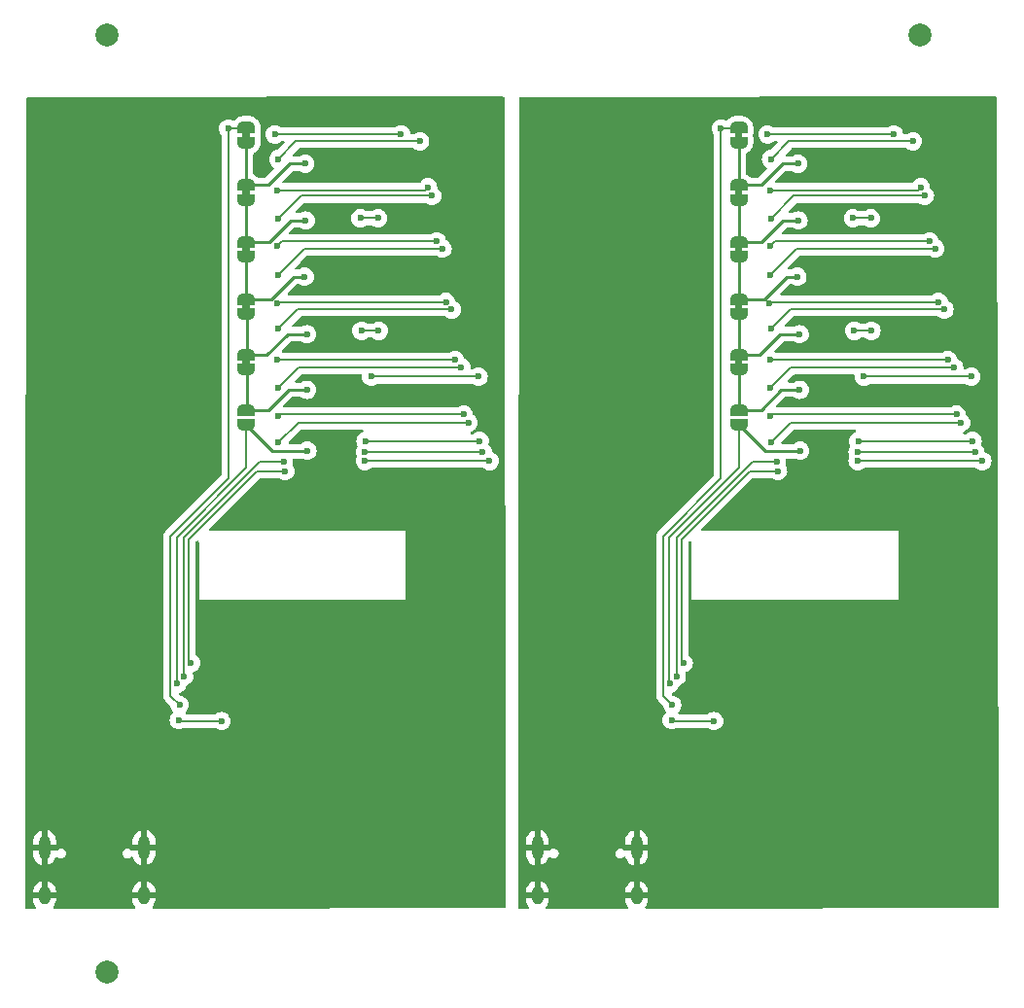
<source format=gbr>
%TF.GenerationSoftware,KiCad,Pcbnew,7.0.5*%
%TF.CreationDate,2023-07-03T18:15:23+02:00*%
%TF.ProjectId,motherboard_panel,6d6f7468-6572-4626-9f61-72645f70616e,rev?*%
%TF.SameCoordinates,Original*%
%TF.FileFunction,Copper,L2,Bot*%
%TF.FilePolarity,Positive*%
%FSLAX46Y46*%
G04 Gerber Fmt 4.6, Leading zero omitted, Abs format (unit mm)*
G04 Created by KiCad (PCBNEW 7.0.5) date 2023-07-03 18:15:23*
%MOMM*%
%LPD*%
G01*
G04 APERTURE LIST*
G04 Aperture macros list*
%AMFreePoly0*
4,1,19,0.500000,-0.750000,0.000000,-0.750000,0.000000,-0.744911,-0.071157,-0.744911,-0.207708,-0.704816,-0.327430,-0.627875,-0.420627,-0.520320,-0.479746,-0.390866,-0.500000,-0.250000,-0.500000,0.250000,-0.479746,0.390866,-0.420627,0.520320,-0.327430,0.627875,-0.207708,0.704816,-0.071157,0.744911,0.000000,0.744911,0.000000,0.750000,0.500000,0.750000,0.500000,-0.750000,0.500000,-0.750000,
$1*%
%AMFreePoly1*
4,1,19,0.000000,0.744911,0.071157,0.744911,0.207708,0.704816,0.327430,0.627875,0.420627,0.520320,0.479746,0.390866,0.500000,0.250000,0.500000,-0.250000,0.479746,-0.390866,0.420627,-0.520320,0.327430,-0.627875,0.207708,-0.704816,0.071157,-0.744911,0.000000,-0.744911,0.000000,-0.750000,-0.500000,-0.750000,-0.500000,0.750000,0.000000,0.750000,0.000000,0.744911,0.000000,0.744911,
$1*%
G04 Aperture macros list end*
%TA.AperFunction,ComponentPad*%
%ADD10O,1.000000X2.100000*%
%TD*%
%TA.AperFunction,ComponentPad*%
%ADD11O,1.000000X1.600000*%
%TD*%
%TA.AperFunction,SMDPad,CuDef*%
%ADD12FreePoly0,270.000000*%
%TD*%
%TA.AperFunction,SMDPad,CuDef*%
%ADD13FreePoly1,270.000000*%
%TD*%
%TA.AperFunction,SMDPad,CuDef*%
%ADD14C,2.000000*%
%TD*%
%TA.AperFunction,ViaPad*%
%ADD15C,0.600000*%
%TD*%
%TA.AperFunction,Conductor*%
%ADD16C,0.200000*%
%TD*%
%TA.AperFunction,Conductor*%
%ADD17C,0.250000*%
%TD*%
G04 APERTURE END LIST*
%TA.AperFunction,EtchedComponent*%
%TO.C,JP3*%
G36*
X125500000Y-46400000D02*
G01*
X124900000Y-46400000D01*
X124900000Y-45900000D01*
X125500000Y-45900000D01*
X125500000Y-46400000D01*
G37*
%TD.AperFunction*%
%TA.AperFunction,EtchedComponent*%
%TO.C,JP6*%
G36*
X125500000Y-31450000D02*
G01*
X124900000Y-31450000D01*
X124900000Y-30950000D01*
X125500000Y-30950000D01*
X125500000Y-31450000D01*
G37*
%TD.AperFunction*%
%TA.AperFunction,EtchedComponent*%
%TO.C,JP2*%
G36*
X168400000Y-51250000D02*
G01*
X167800000Y-51250000D01*
X167800000Y-50750000D01*
X168400000Y-50750000D01*
X168400000Y-51250000D01*
G37*
%TD.AperFunction*%
%TA.AperFunction,EtchedComponent*%
%TO.C,JP5*%
G36*
X168400000Y-36450000D02*
G01*
X167800000Y-36450000D01*
X167800000Y-35950000D01*
X168400000Y-35950000D01*
X168400000Y-36450000D01*
G37*
%TD.AperFunction*%
%TA.AperFunction,EtchedComponent*%
%TO.C,JP2*%
G36*
X125500000Y-51250000D02*
G01*
X124900000Y-51250000D01*
X124900000Y-50750000D01*
X125500000Y-50750000D01*
X125500000Y-51250000D01*
G37*
%TD.AperFunction*%
%TA.AperFunction,EtchedComponent*%
%TO.C,JP4*%
G36*
X125500000Y-41400000D02*
G01*
X124900000Y-41400000D01*
X124900000Y-40900000D01*
X125500000Y-40900000D01*
X125500000Y-41400000D01*
G37*
%TD.AperFunction*%
%TA.AperFunction,EtchedComponent*%
%TO.C,JP5*%
G36*
X125500000Y-36450000D02*
G01*
X124900000Y-36450000D01*
X124900000Y-35950000D01*
X125500000Y-35950000D01*
X125500000Y-36450000D01*
G37*
%TD.AperFunction*%
%TA.AperFunction,EtchedComponent*%
%TO.C,JP6*%
G36*
X168400000Y-31450000D02*
G01*
X167800000Y-31450000D01*
X167800000Y-30950000D01*
X168400000Y-30950000D01*
X168400000Y-31450000D01*
G37*
%TD.AperFunction*%
%TA.AperFunction,EtchedComponent*%
%TO.C,JP3*%
G36*
X168400000Y-46400000D02*
G01*
X167800000Y-46400000D01*
X167800000Y-45900000D01*
X168400000Y-45900000D01*
X168400000Y-46400000D01*
G37*
%TD.AperFunction*%
%TA.AperFunction,EtchedComponent*%
%TO.C,JP4*%
G36*
X168400000Y-41400000D02*
G01*
X167800000Y-41400000D01*
X167800000Y-40900000D01*
X168400000Y-40900000D01*
X168400000Y-41400000D01*
G37*
%TD.AperFunction*%
%TD*%
D10*
%TO.P,J7,S1,SHIELD*%
%TO.N,Board_0-GND*%
X107660000Y-93270000D03*
D11*
X107660000Y-97450000D03*
D10*
X116300000Y-93270000D03*
D11*
X116300000Y-97450000D03*
%TD*%
D10*
%TO.P,J7,S1,SHIELD*%
%TO.N,Board_1-GND*%
X150560000Y-93270000D03*
D11*
X150560000Y-97450000D03*
D10*
X159200000Y-93270000D03*
D11*
X159200000Y-97450000D03*
%TD*%
D12*
%TO.P,JP3,1,A*%
%TO.N,Board_0-/MISO3*%
X125200000Y-45500000D03*
D13*
%TO.P,JP3,2,B*%
%TO.N,Board_0-/MISO2*%
X125200000Y-46800000D03*
%TD*%
D12*
%TO.P,JP6,1,A*%
%TO.N,Board_0-/MISO6*%
X125200000Y-30550000D03*
D13*
%TO.P,JP6,2,B*%
%TO.N,Board_0-/MISO5*%
X125200000Y-31850000D03*
%TD*%
D12*
%TO.P,JP2,1,A*%
%TO.N,Board_1-/MISO2*%
X168100000Y-50350000D03*
D13*
%TO.P,JP2,2,B*%
%TO.N,Board_1-/MISO1*%
X168100000Y-51650000D03*
%TD*%
D12*
%TO.P,JP1,1,A*%
%TO.N,Board_0-/MISO1*%
X125200000Y-55150000D03*
D13*
%TO.P,JP1,2,B*%
%TO.N,Board_0-/MOSI1*%
X125200000Y-56450000D03*
%TD*%
D12*
%TO.P,JP5,1,A*%
%TO.N,Board_1-/MISO5*%
X168100000Y-35550000D03*
D13*
%TO.P,JP5,2,B*%
%TO.N,Board_1-/MISO4*%
X168100000Y-36850000D03*
%TD*%
D14*
%TO.P,KiKit_FID_B_3,*%
%TO.N,*%
X113100000Y-104150000D03*
%TD*%
%TO.P,KiKit_FID_B_1,*%
%TO.N,*%
X113100000Y-22500000D03*
%TD*%
D12*
%TO.P,JP2,1,A*%
%TO.N,Board_0-/MISO2*%
X125200000Y-50350000D03*
D13*
%TO.P,JP2,2,B*%
%TO.N,Board_0-/MISO1*%
X125200000Y-51650000D03*
%TD*%
D14*
%TO.P,KiKit_FID_B_2,*%
%TO.N,*%
X183900000Y-22500000D03*
%TD*%
D12*
%TO.P,JP4,1,A*%
%TO.N,Board_0-/MISO4*%
X125200000Y-40500000D03*
D13*
%TO.P,JP4,2,B*%
%TO.N,Board_0-/MISO3*%
X125200000Y-41800000D03*
%TD*%
D12*
%TO.P,JP5,1,A*%
%TO.N,Board_0-/MISO5*%
X125200000Y-35550000D03*
D13*
%TO.P,JP5,2,B*%
%TO.N,Board_0-/MISO4*%
X125200000Y-36850000D03*
%TD*%
D12*
%TO.P,JP6,1,A*%
%TO.N,Board_1-/MISO6*%
X168100000Y-30550000D03*
D13*
%TO.P,JP6,2,B*%
%TO.N,Board_1-/MISO5*%
X168100000Y-31850000D03*
%TD*%
D12*
%TO.P,JP3,1,A*%
%TO.N,Board_1-/MISO3*%
X168100000Y-45500000D03*
D13*
%TO.P,JP3,2,B*%
%TO.N,Board_1-/MISO2*%
X168100000Y-46800000D03*
%TD*%
D12*
%TO.P,JP4,1,A*%
%TO.N,Board_1-/MISO4*%
X168100000Y-40500000D03*
D13*
%TO.P,JP4,2,B*%
%TO.N,Board_1-/MISO3*%
X168100000Y-41800000D03*
%TD*%
D12*
%TO.P,JP1,1,A*%
%TO.N,Board_1-/MISO1*%
X168100000Y-55150000D03*
D13*
%TO.P,JP1,2,B*%
%TO.N,Board_1-/MOSI1*%
X168100000Y-56450000D03*
%TD*%
D15*
%TO.N,Board_0-/IN+*%
X128496128Y-59674315D03*
X119800000Y-78350000D03*
%TO.N,Board_0-/IN-*%
X128615380Y-60465380D03*
X120400000Y-77198286D03*
%TO.N,Board_0-/MISO1*%
X130500000Y-53400000D03*
%TO.N,Board_0-/MISO2*%
X130500000Y-48550000D03*
%TO.N,Board_0-/MISO3*%
X130300000Y-43550000D03*
%TO.N,Board_0-/MISO4*%
X130400000Y-38650000D03*
%TO.N,Board_0-/MISO5*%
X130350000Y-33700000D03*
%TO.N,Board_0-/MISO6*%
X119400000Y-80850000D03*
X123650000Y-30650000D03*
%TO.N,Board_0-/MOSI1*%
X130550000Y-58700000D03*
X119200000Y-79000000D03*
%TO.N,Board_0-/POL1*%
X136700000Y-38450000D03*
X135250000Y-48250000D03*
X135150000Y-38449992D03*
X135600000Y-57850000D03*
X145549996Y-57850000D03*
X136750000Y-48250000D03*
%TO.N,Board_0-/POL2*%
X136100000Y-52250000D03*
X145450000Y-52250004D03*
%TO.N,Board_0-/SCL1*%
X128000000Y-58000000D03*
X144550000Y-56250000D03*
%TO.N,Board_0-/SCL2*%
X143950000Y-51450000D03*
X127950000Y-53250000D03*
%TO.N,Board_0-/SCL3*%
X128000000Y-48100000D03*
X143100000Y-46400000D03*
%TO.N,Board_0-/SCL4*%
X127950000Y-43400000D03*
X142300000Y-41100000D03*
%TO.N,Board_0-/SCL5*%
X141400008Y-36500000D03*
X128000000Y-38500000D03*
%TO.N,Board_0-/SCL6*%
X128000000Y-33300000D03*
X140350014Y-31750000D03*
%TO.N,Board_0-/SCLK*%
X146400074Y-59600026D03*
X135550000Y-59600000D03*
%TO.N,Board_0-/SDA1*%
X127963463Y-55720422D03*
X144150000Y-55550000D03*
%TO.N,Board_0-/SDA2*%
X143385532Y-50783097D03*
X127912056Y-50775297D03*
%TO.N,Board_0-/SDA3*%
X127888948Y-45894936D03*
X142600000Y-45750000D03*
%TO.N,Board_0-/SDA4*%
X141800000Y-40450000D03*
X127900002Y-40881364D03*
%TO.N,Board_0-/SDA5*%
X141047017Y-35741051D03*
X127900000Y-36000000D03*
%TO.N,Board_0-/SDA6*%
X138700000Y-31150000D03*
X127701173Y-31150337D03*
%TO.N,Board_0-/SS*%
X145800000Y-58800000D03*
X135550000Y-58800000D03*
%TO.N,Board_0-GND*%
X129250000Y-81650000D03*
X129250000Y-80250000D03*
X111779992Y-90975000D03*
X133289572Y-48950000D03*
X127850000Y-81650000D03*
X121650000Y-46150000D03*
X133300000Y-53750000D03*
X127850000Y-80300000D03*
X133150000Y-39300000D03*
X116280000Y-91225000D03*
X132700000Y-34050000D03*
X133300000Y-29000000D03*
X121650000Y-31200000D03*
X113650000Y-78850000D03*
X109680000Y-87275000D03*
X108650000Y-68750000D03*
X121650000Y-36250000D03*
X107430000Y-90925000D03*
X137400000Y-73250000D03*
X133300000Y-44350000D03*
X121600000Y-51000000D03*
X121650000Y-41150000D03*
X108880000Y-85025000D03*
X115350000Y-69075000D03*
X123000000Y-73200000D03*
X121600000Y-55800000D03*
%TO.N,Board_0-Net-(U3-GPIO0{slash}BOOT)*%
X119350000Y-82150000D03*
X123050000Y-82250000D03*
%TO.N,Board_1-/IN+*%
X171396128Y-59674315D03*
X162700000Y-78350000D03*
%TO.N,Board_1-/IN-*%
X163300000Y-77198286D03*
X171515380Y-60465380D03*
%TO.N,Board_1-/MISO1*%
X173400000Y-53400000D03*
%TO.N,Board_1-/MISO2*%
X173400000Y-48550000D03*
%TO.N,Board_1-/MISO3*%
X173200000Y-43550000D03*
%TO.N,Board_1-/MISO4*%
X173300000Y-38650000D03*
%TO.N,Board_1-/MISO5*%
X173250000Y-33700000D03*
%TO.N,Board_1-/MISO6*%
X162300000Y-80850000D03*
X166550000Y-30650000D03*
%TO.N,Board_1-/MOSI1*%
X173450000Y-58700000D03*
X162100000Y-79000000D03*
%TO.N,Board_1-/POL1*%
X188449996Y-57850000D03*
X179650000Y-48250000D03*
X179600000Y-38450000D03*
X178500000Y-57850000D03*
X178150000Y-48250000D03*
X178050000Y-38449992D03*
%TO.N,Board_1-/POL2*%
X179000000Y-52250000D03*
X188350000Y-52250004D03*
%TO.N,Board_1-/SCL1*%
X170900000Y-58000000D03*
X187450000Y-56250000D03*
%TO.N,Board_1-/SCL2*%
X186850000Y-51450000D03*
X170850000Y-53250000D03*
%TO.N,Board_1-/SCL3*%
X170900000Y-48100000D03*
X186000000Y-46400000D03*
%TO.N,Board_1-/SCL4*%
X170850000Y-43400000D03*
X185200000Y-41100000D03*
%TO.N,Board_1-/SCL5*%
X170900000Y-38500000D03*
X184300008Y-36500000D03*
%TO.N,Board_1-/SCL6*%
X183250014Y-31750000D03*
X170900000Y-33300000D03*
%TO.N,Board_1-/SCLK*%
X189300074Y-59600026D03*
X178450000Y-59600000D03*
%TO.N,Board_1-/SDA1*%
X170863463Y-55720422D03*
X187050000Y-55550000D03*
%TO.N,Board_1-/SDA2*%
X170812056Y-50775297D03*
X186285532Y-50783097D03*
%TO.N,Board_1-/SDA3*%
X170788948Y-45894936D03*
X185500000Y-45750000D03*
%TO.N,Board_1-/SDA4*%
X184700000Y-40450000D03*
X170800002Y-40881364D03*
%TO.N,Board_1-/SDA5*%
X170800000Y-36000000D03*
X183947017Y-35741051D03*
%TO.N,Board_1-/SDA6*%
X170601173Y-31150337D03*
X181600000Y-31150000D03*
%TO.N,Board_1-/SS*%
X178450000Y-58800000D03*
X188700000Y-58800000D03*
%TO.N,Board_1-GND*%
X156550000Y-78850000D03*
X180300000Y-73250000D03*
X151550000Y-68750000D03*
X176189572Y-48950000D03*
X164500000Y-55800000D03*
X172150000Y-81650000D03*
X150330000Y-90925000D03*
X175600000Y-34050000D03*
X164550000Y-31200000D03*
X172150000Y-80250000D03*
X164550000Y-46150000D03*
X154679992Y-90975000D03*
X176200000Y-29000000D03*
X158250000Y-69075000D03*
X176200000Y-44350000D03*
X159180000Y-91225000D03*
X176050000Y-39300000D03*
X151780000Y-85025000D03*
X164500000Y-51000000D03*
X170750000Y-81650000D03*
X170750000Y-80300000D03*
X164550000Y-36250000D03*
X165900000Y-73200000D03*
X176200000Y-53750000D03*
X164550000Y-41150000D03*
X152580000Y-87275000D03*
%TO.N,Board_1-Net-(U3-GPIO0{slash}BOOT)*%
X165950000Y-82250000D03*
X162250000Y-82150000D03*
%TD*%
D16*
%TO.N,Board_0-/IN+*%
X126368578Y-59674315D02*
X128496128Y-59674315D01*
X119800000Y-66242893D02*
X126368578Y-59674315D01*
X119800000Y-78350000D02*
X119800000Y-66242893D01*
%TO.N,Board_0-/IN-*%
X120200000Y-66408578D02*
X126143198Y-60465380D01*
X126143198Y-60465380D02*
X128615380Y-60465380D01*
X120400000Y-77198286D02*
X120200000Y-76998286D01*
X120200000Y-76998286D02*
X120200000Y-66408578D01*
D17*
%TO.N,Board_0-/MISO1*%
X125250000Y-55100000D02*
X125200000Y-55150000D01*
X125250000Y-51700000D02*
X125250000Y-55100000D01*
X125200000Y-55150000D02*
X127150000Y-55150000D01*
X127150000Y-55150000D02*
X128900000Y-53400000D01*
X128900000Y-53400000D02*
X130500000Y-53400000D01*
X125200000Y-51650000D02*
X125250000Y-51700000D01*
%TO.N,Board_0-/MISO2*%
X125250000Y-46850000D02*
X125250000Y-50300000D01*
X128800000Y-48550000D02*
X130500000Y-48550000D01*
X125250000Y-50300000D02*
X125200000Y-50350000D01*
X127000000Y-50350000D02*
X128800000Y-48550000D01*
X125200000Y-46800000D02*
X125250000Y-46850000D01*
X125200000Y-50350000D02*
X127000000Y-50350000D01*
%TO.N,Board_0-/MISO3*%
X125200000Y-45500000D02*
X125200000Y-41800000D01*
X129350000Y-43550000D02*
X130300000Y-43550000D01*
X125200000Y-45500000D02*
X127400000Y-45500000D01*
X127400000Y-45500000D02*
X129350000Y-43550000D01*
%TO.N,Board_0-/MISO4*%
X125200000Y-40500000D02*
X125200000Y-36850000D01*
X127200000Y-40500000D02*
X129050000Y-38650000D01*
X129050000Y-38650000D02*
X130400000Y-38650000D01*
X125200000Y-40500000D02*
X127200000Y-40500000D01*
%TO.N,Board_0-/MISO5*%
X129000000Y-33700000D02*
X130350000Y-33700000D01*
X125200000Y-35550000D02*
X127150000Y-35550000D01*
X127150000Y-35550000D02*
X129000000Y-33700000D01*
X125200000Y-35550000D02*
X125200000Y-31850000D01*
D16*
%TO.N,Board_0-/MISO6*%
X119400000Y-80850000D02*
X118600000Y-80050000D01*
X118600000Y-80050000D02*
X118600000Y-66150000D01*
X125200000Y-30550000D02*
X125100000Y-30650000D01*
X118600000Y-66150000D02*
X123650000Y-61100000D01*
X125100000Y-30650000D02*
X123650000Y-30650000D01*
X123650000Y-61100000D02*
X123650000Y-30650000D01*
D17*
%TO.N,Board_0-/MOSI1*%
X125200000Y-56450000D02*
X127500000Y-58750000D01*
X130500000Y-58750000D02*
X130550000Y-58700000D01*
D16*
X119150000Y-78950000D02*
X119200000Y-79000000D01*
X125200000Y-56450000D02*
X125200000Y-60200000D01*
X125200000Y-60200000D02*
X119150000Y-66250000D01*
D17*
X127500000Y-58750000D02*
X130500000Y-58750000D01*
D16*
X119150000Y-66250000D02*
X119150000Y-78950000D01*
%TO.N,Board_0-/POL1*%
X136750000Y-48250000D02*
X135250000Y-48250000D01*
X135600000Y-57850000D02*
X145549996Y-57850000D01*
X135150000Y-38449992D02*
X136699992Y-38449992D01*
X136699992Y-38449992D02*
X136700000Y-38450000D01*
%TO.N,Board_0-/POL2*%
X136100000Y-52250000D02*
X145449996Y-52250000D01*
X145449996Y-52250000D02*
X145450000Y-52250004D01*
%TO.N,Board_0-/SCL1*%
X129750000Y-56250000D02*
X144550000Y-56250000D01*
X128000000Y-58000000D02*
X129750000Y-56250000D01*
%TO.N,Board_0-/SCL2*%
X127950000Y-53250000D02*
X129750000Y-51450000D01*
X129750000Y-51450000D02*
X143950000Y-51450000D01*
%TO.N,Board_0-/SCL3*%
X129700000Y-46400000D02*
X143100000Y-46400000D01*
X128000000Y-48100000D02*
X129700000Y-46400000D01*
%TO.N,Board_0-/SCL4*%
X127950000Y-43400000D02*
X130250000Y-41100000D01*
X130250000Y-41100000D02*
X142300000Y-41100000D01*
%TO.N,Board_0-/SCL5*%
X128000000Y-38500000D02*
X130000000Y-36500000D01*
X130000000Y-36500000D02*
X141400008Y-36500000D01*
%TO.N,Board_0-/SCL6*%
X129550004Y-31749996D02*
X140350010Y-31749996D01*
X140350010Y-31749996D02*
X140350014Y-31750000D01*
X128000000Y-33300000D02*
X129550004Y-31749996D01*
%TO.N,Board_0-/SCLK*%
X146400048Y-59600000D02*
X146400074Y-59600026D01*
X135550000Y-59600000D02*
X146400048Y-59600000D01*
%TO.N,Board_0-/SDA1*%
X128133885Y-55550000D02*
X144150000Y-55550000D01*
X127963463Y-55720422D02*
X128133885Y-55550000D01*
%TO.N,Board_0-/SDA2*%
X127912056Y-50775297D02*
X127936759Y-50800000D01*
X143368629Y-50800000D02*
X143385532Y-50783097D01*
X127936759Y-50800000D02*
X143368629Y-50800000D01*
%TO.N,Board_0-/SDA3*%
X128033884Y-45750000D02*
X142600000Y-45750000D01*
X127888948Y-45894936D02*
X128033884Y-45750000D01*
%TO.N,Board_0-/SDA4*%
X127900002Y-40881364D02*
X128331366Y-40450000D01*
X128331366Y-40450000D02*
X141800000Y-40450000D01*
%TO.N,Board_0-/SDA5*%
X140788068Y-36000000D02*
X141047017Y-35741051D01*
X127900000Y-36000000D02*
X140788068Y-36000000D01*
%TO.N,Board_0-/SDA6*%
X127751510Y-31100000D02*
X138650000Y-31100000D01*
X138650000Y-31100000D02*
X138700000Y-31150000D01*
X127701173Y-31150337D02*
X127751510Y-31100000D01*
%TO.N,Board_0-/SS*%
X135550000Y-58800000D02*
X145800000Y-58800000D01*
%TO.N,Board_0-Net-(U3-GPIO0{slash}BOOT)*%
X123050000Y-82250000D02*
X119450000Y-82250000D01*
X119450000Y-82250000D02*
X119350000Y-82150000D01*
%TO.N,Board_1-/IN+*%
X162700000Y-66242893D02*
X169268578Y-59674315D01*
X169268578Y-59674315D02*
X171396128Y-59674315D01*
X162700000Y-78350000D02*
X162700000Y-66242893D01*
%TO.N,Board_1-/IN-*%
X169043198Y-60465380D02*
X171515380Y-60465380D01*
X163100000Y-76998286D02*
X163100000Y-66408578D01*
X163300000Y-77198286D02*
X163100000Y-76998286D01*
X163100000Y-66408578D02*
X169043198Y-60465380D01*
D17*
%TO.N,Board_1-/MISO1*%
X168150000Y-51700000D02*
X168150000Y-55100000D01*
X168100000Y-51650000D02*
X168150000Y-51700000D01*
X168100000Y-55150000D02*
X170050000Y-55150000D01*
X170050000Y-55150000D02*
X171800000Y-53400000D01*
X171800000Y-53400000D02*
X173400000Y-53400000D01*
X168150000Y-55100000D02*
X168100000Y-55150000D01*
%TO.N,Board_1-/MISO2*%
X169900000Y-50350000D02*
X171700000Y-48550000D01*
X171700000Y-48550000D02*
X173400000Y-48550000D01*
X168100000Y-50350000D02*
X169900000Y-50350000D01*
X168100000Y-46800000D02*
X168150000Y-46850000D01*
X168150000Y-50300000D02*
X168100000Y-50350000D01*
X168150000Y-46850000D02*
X168150000Y-50300000D01*
%TO.N,Board_1-/MISO3*%
X170300000Y-45500000D02*
X172250000Y-43550000D01*
X168100000Y-45500000D02*
X170300000Y-45500000D01*
X168100000Y-45500000D02*
X168100000Y-41800000D01*
X172250000Y-43550000D02*
X173200000Y-43550000D01*
%TO.N,Board_1-/MISO4*%
X168100000Y-40500000D02*
X170100000Y-40500000D01*
X168100000Y-40500000D02*
X168100000Y-36850000D01*
X171950000Y-38650000D02*
X173300000Y-38650000D01*
X170100000Y-40500000D02*
X171950000Y-38650000D01*
%TO.N,Board_1-/MISO5*%
X168100000Y-35550000D02*
X168100000Y-31850000D01*
X171900000Y-33700000D02*
X173250000Y-33700000D01*
X168100000Y-35550000D02*
X170050000Y-35550000D01*
X170050000Y-35550000D02*
X171900000Y-33700000D01*
D16*
%TO.N,Board_1-/MISO6*%
X168000000Y-30650000D02*
X166550000Y-30650000D01*
X161500000Y-80050000D02*
X161500000Y-66150000D01*
X161500000Y-66150000D02*
X166550000Y-61100000D01*
X166550000Y-61100000D02*
X166550000Y-30650000D01*
X162300000Y-80850000D02*
X161500000Y-80050000D01*
X168100000Y-30550000D02*
X168000000Y-30650000D01*
%TO.N,Board_1-/MOSI1*%
X162050000Y-66250000D02*
X162050000Y-78950000D01*
D17*
X170400000Y-58750000D02*
X173400000Y-58750000D01*
D16*
X162050000Y-78950000D02*
X162100000Y-79000000D01*
D17*
X173400000Y-58750000D02*
X173450000Y-58700000D01*
D16*
X168100000Y-60200000D02*
X162050000Y-66250000D01*
D17*
X168100000Y-56450000D02*
X170400000Y-58750000D01*
D16*
X168100000Y-56450000D02*
X168100000Y-60200000D01*
%TO.N,Board_1-/POL1*%
X178050000Y-38449992D02*
X179599992Y-38449992D01*
X179599992Y-38449992D02*
X179600000Y-38450000D01*
X179650000Y-48250000D02*
X178150000Y-48250000D01*
X178500000Y-57850000D02*
X188449996Y-57850000D01*
%TO.N,Board_1-/POL2*%
X188349996Y-52250000D02*
X188350000Y-52250004D01*
X179000000Y-52250000D02*
X188349996Y-52250000D01*
%TO.N,Board_1-/SCL1*%
X172650000Y-56250000D02*
X187450000Y-56250000D01*
X170900000Y-58000000D02*
X172650000Y-56250000D01*
%TO.N,Board_1-/SCL2*%
X170850000Y-53250000D02*
X172650000Y-51450000D01*
X172650000Y-51450000D02*
X186850000Y-51450000D01*
%TO.N,Board_1-/SCL3*%
X172600000Y-46400000D02*
X186000000Y-46400000D01*
X170900000Y-48100000D02*
X172600000Y-46400000D01*
%TO.N,Board_1-/SCL4*%
X170850000Y-43400000D02*
X173150000Y-41100000D01*
X173150000Y-41100000D02*
X185200000Y-41100000D01*
%TO.N,Board_1-/SCL5*%
X172900000Y-36500000D02*
X184300008Y-36500000D01*
X170900000Y-38500000D02*
X172900000Y-36500000D01*
%TO.N,Board_1-/SCL6*%
X172450004Y-31749996D02*
X183250010Y-31749996D01*
X183250010Y-31749996D02*
X183250014Y-31750000D01*
X170900000Y-33300000D02*
X172450004Y-31749996D01*
%TO.N,Board_1-/SCLK*%
X189300048Y-59600000D02*
X189300074Y-59600026D01*
X178450000Y-59600000D02*
X189300048Y-59600000D01*
%TO.N,Board_1-/SDA1*%
X171033885Y-55550000D02*
X187050000Y-55550000D01*
X170863463Y-55720422D02*
X171033885Y-55550000D01*
%TO.N,Board_1-/SDA2*%
X186268629Y-50800000D02*
X186285532Y-50783097D01*
X170812056Y-50775297D02*
X170836759Y-50800000D01*
X170836759Y-50800000D02*
X186268629Y-50800000D01*
%TO.N,Board_1-/SDA3*%
X170933884Y-45750000D02*
X185500000Y-45750000D01*
X170788948Y-45894936D02*
X170933884Y-45750000D01*
%TO.N,Board_1-/SDA4*%
X170800002Y-40881364D02*
X171231366Y-40450000D01*
X171231366Y-40450000D02*
X184700000Y-40450000D01*
%TO.N,Board_1-/SDA5*%
X170800000Y-36000000D02*
X183688068Y-36000000D01*
X183688068Y-36000000D02*
X183947017Y-35741051D01*
%TO.N,Board_1-/SDA6*%
X170601173Y-31150337D02*
X170651510Y-31100000D01*
X170651510Y-31100000D02*
X181550000Y-31100000D01*
X181550000Y-31100000D02*
X181600000Y-31150000D01*
%TO.N,Board_1-/SS*%
X178450000Y-58800000D02*
X188700000Y-58800000D01*
%TO.N,Board_1-Net-(U3-GPIO0{slash}BOOT)*%
X162350000Y-82250000D02*
X162250000Y-82150000D01*
X165950000Y-82250000D02*
X162350000Y-82250000D01*
%TD*%
%TA.AperFunction,Conductor*%
%TO.N,Board_0-GND*%
G36*
X147643089Y-27869752D02*
G01*
X147688907Y-27922501D01*
X147700175Y-27973973D01*
X147799824Y-98425973D01*
X147780234Y-98493040D01*
X147727495Y-98538869D01*
X147675972Y-98550148D01*
X117173596Y-98586634D01*
X117106533Y-98567030D01*
X117060715Y-98514280D01*
X117050689Y-98445134D01*
X117071674Y-98391796D01*
X117178855Y-98237805D01*
X117259059Y-98050907D01*
X117300000Y-97851690D01*
X117300000Y-97700000D01*
X116600000Y-97700000D01*
X116600000Y-97200000D01*
X117300000Y-97200000D01*
X117300000Y-97099286D01*
X117284581Y-96947661D01*
X117223700Y-96753618D01*
X117223695Y-96753608D01*
X117124994Y-96575784D01*
X117124994Y-96575783D01*
X116992521Y-96421469D01*
X116992520Y-96421468D01*
X116831695Y-96296981D01*
X116649093Y-96207411D01*
X116550000Y-96181753D01*
X116550000Y-96983889D01*
X116525543Y-96944390D01*
X116436038Y-96876799D01*
X116328160Y-96846105D01*
X116216479Y-96856454D01*
X116116078Y-96906448D01*
X116049999Y-96978930D01*
X116049999Y-96176633D01*
X116048053Y-96176931D01*
X116048047Y-96176933D01*
X115857342Y-96247562D01*
X115857335Y-96247565D01*
X115684732Y-96355149D01*
X115537331Y-96495264D01*
X115537330Y-96495266D01*
X115421143Y-96662195D01*
X115340940Y-96849092D01*
X115300000Y-97048309D01*
X115300000Y-97200000D01*
X116000000Y-97200000D01*
X116000000Y-97700000D01*
X115300000Y-97700000D01*
X115300000Y-97800713D01*
X115315418Y-97952338D01*
X115376299Y-98146381D01*
X115376304Y-98146391D01*
X115475005Y-98324215D01*
X115526283Y-98383948D01*
X115555014Y-98447636D01*
X115544751Y-98516748D01*
X115498753Y-98569341D01*
X115432344Y-98588717D01*
X108526397Y-98596977D01*
X108459334Y-98577373D01*
X108413516Y-98524623D01*
X108403490Y-98455477D01*
X108424475Y-98402139D01*
X108538855Y-98237805D01*
X108619059Y-98050907D01*
X108660000Y-97851690D01*
X108660000Y-97700000D01*
X107960000Y-97700000D01*
X107960000Y-97200000D01*
X108660000Y-97200000D01*
X108660000Y-97099286D01*
X108644581Y-96947661D01*
X108583700Y-96753618D01*
X108583695Y-96753608D01*
X108484994Y-96575784D01*
X108484994Y-96575783D01*
X108352521Y-96421469D01*
X108352520Y-96421468D01*
X108191695Y-96296981D01*
X108009093Y-96207411D01*
X107910000Y-96181753D01*
X107910000Y-96983889D01*
X107885543Y-96944390D01*
X107796038Y-96876799D01*
X107688160Y-96846105D01*
X107576479Y-96856454D01*
X107476078Y-96906448D01*
X107409999Y-96978930D01*
X107409999Y-96176633D01*
X107408053Y-96176931D01*
X107408047Y-96176933D01*
X107217342Y-96247562D01*
X107217335Y-96247565D01*
X107044732Y-96355149D01*
X106897331Y-96495264D01*
X106897330Y-96495266D01*
X106781143Y-96662195D01*
X106700940Y-96849092D01*
X106660000Y-97048309D01*
X106660000Y-97200000D01*
X107360000Y-97200000D01*
X107360000Y-97700000D01*
X106660000Y-97700000D01*
X106660000Y-97800713D01*
X106675418Y-97952338D01*
X106736299Y-98146381D01*
X106736304Y-98146391D01*
X106835005Y-98324215D01*
X106835005Y-98324216D01*
X106895146Y-98394271D01*
X106923878Y-98457959D01*
X106913616Y-98527071D01*
X106867618Y-98579664D01*
X106801208Y-98599041D01*
X106124235Y-98599851D01*
X106057172Y-98580247D01*
X106011354Y-98527497D01*
X106000087Y-98475766D01*
X106003344Y-93870713D01*
X106660000Y-93870713D01*
X106675418Y-94022338D01*
X106736299Y-94216381D01*
X106736304Y-94216391D01*
X106835005Y-94394215D01*
X106835005Y-94394216D01*
X106967478Y-94548530D01*
X106967479Y-94548531D01*
X107128304Y-94673018D01*
X107310907Y-94762589D01*
X107410000Y-94788244D01*
X107410000Y-93986110D01*
X107434457Y-94025610D01*
X107523962Y-94093201D01*
X107631840Y-94123895D01*
X107743521Y-94113546D01*
X107843922Y-94063552D01*
X107910000Y-93991069D01*
X107910000Y-94793366D01*
X107911944Y-94793069D01*
X107911945Y-94793069D01*
X108102660Y-94722436D01*
X108102664Y-94722434D01*
X108275267Y-94614850D01*
X108422668Y-94474735D01*
X108422669Y-94474733D01*
X108538857Y-94307803D01*
X108612959Y-94135122D01*
X108657485Y-94081278D01*
X108724053Y-94060054D01*
X108791529Y-94078189D01*
X108814591Y-94096340D01*
X108836774Y-94118523D01*
X108836778Y-94118526D01*
X108836780Y-94118528D01*
X108956874Y-94179719D01*
X108956876Y-94179719D01*
X108956878Y-94179720D01*
X109056507Y-94195500D01*
X109056512Y-94195500D01*
X109123493Y-94195500D01*
X109223121Y-94179720D01*
X109223121Y-94179719D01*
X109223126Y-94179719D01*
X109343220Y-94118528D01*
X109438528Y-94023220D01*
X109499719Y-93903126D01*
X109504853Y-93870713D01*
X109520804Y-93770002D01*
X114439196Y-93770002D01*
X114460279Y-93903121D01*
X114460280Y-93903124D01*
X114460281Y-93903126D01*
X114499790Y-93980666D01*
X114521473Y-94023221D01*
X114521476Y-94023225D01*
X114616774Y-94118523D01*
X114616778Y-94118526D01*
X114616780Y-94118528D01*
X114736874Y-94179719D01*
X114736876Y-94179719D01*
X114736878Y-94179720D01*
X114836507Y-94195500D01*
X114836512Y-94195500D01*
X114903493Y-94195500D01*
X115003121Y-94179720D01*
X115003121Y-94179719D01*
X115003126Y-94179719D01*
X115123220Y-94118528D01*
X115147766Y-94093981D01*
X115209087Y-94060497D01*
X115278779Y-94065481D01*
X115334713Y-94107351D01*
X115353760Y-94144542D01*
X115376299Y-94216381D01*
X115376304Y-94216391D01*
X115475005Y-94394215D01*
X115475005Y-94394216D01*
X115607478Y-94548530D01*
X115607479Y-94548531D01*
X115768304Y-94673018D01*
X115950907Y-94762589D01*
X116050000Y-94788244D01*
X116050000Y-93986110D01*
X116074457Y-94025610D01*
X116163962Y-94093201D01*
X116271840Y-94123895D01*
X116383521Y-94113546D01*
X116483922Y-94063552D01*
X116550000Y-93991069D01*
X116550000Y-94793366D01*
X116551944Y-94793069D01*
X116551945Y-94793069D01*
X116742660Y-94722436D01*
X116742664Y-94722434D01*
X116915267Y-94614850D01*
X117062668Y-94474735D01*
X117062669Y-94474733D01*
X117178856Y-94307804D01*
X117259059Y-94120907D01*
X117300000Y-93921690D01*
X117300000Y-93520000D01*
X116600000Y-93520000D01*
X116600000Y-93020000D01*
X117300000Y-93020000D01*
X117300000Y-92669286D01*
X117284581Y-92517661D01*
X117223700Y-92323618D01*
X117223695Y-92323608D01*
X117124994Y-92145784D01*
X117124994Y-92145783D01*
X116992521Y-91991469D01*
X116992520Y-91991468D01*
X116831695Y-91866981D01*
X116649093Y-91777411D01*
X116549999Y-91751753D01*
X116549999Y-92553887D01*
X116525543Y-92514390D01*
X116436038Y-92446799D01*
X116328160Y-92416105D01*
X116216479Y-92426454D01*
X116116078Y-92476448D01*
X116049999Y-92548931D01*
X116050000Y-91746633D01*
X116048053Y-91746931D01*
X116048047Y-91746933D01*
X115857342Y-91817562D01*
X115857335Y-91817565D01*
X115684732Y-91925149D01*
X115537331Y-92065264D01*
X115537330Y-92065266D01*
X115421143Y-92232195D01*
X115340940Y-92419092D01*
X115300000Y-92618309D01*
X115300000Y-93020000D01*
X116000000Y-93020000D01*
X116000000Y-93520000D01*
X115273111Y-93520000D01*
X115206072Y-93500315D01*
X115185430Y-93483681D01*
X115123225Y-93421476D01*
X115123221Y-93421473D01*
X115123221Y-93421472D01*
X115123220Y-93421472D01*
X115003126Y-93360281D01*
X115003124Y-93360280D01*
X115003121Y-93360279D01*
X114903493Y-93344500D01*
X114903488Y-93344500D01*
X114836512Y-93344500D01*
X114836507Y-93344500D01*
X114736878Y-93360279D01*
X114616778Y-93421473D01*
X114616774Y-93421476D01*
X114521476Y-93516774D01*
X114521473Y-93516778D01*
X114460279Y-93636878D01*
X114439196Y-93769997D01*
X114439196Y-93770002D01*
X109520804Y-93770002D01*
X109520804Y-93769997D01*
X109499720Y-93636878D01*
X109499719Y-93636876D01*
X109499719Y-93636874D01*
X109438528Y-93516780D01*
X109438526Y-93516778D01*
X109438523Y-93516774D01*
X109343225Y-93421476D01*
X109343221Y-93421473D01*
X109343221Y-93421472D01*
X109343220Y-93421472D01*
X109223126Y-93360281D01*
X109223124Y-93360280D01*
X109223121Y-93360279D01*
X109123493Y-93344500D01*
X109123488Y-93344500D01*
X109056512Y-93344500D01*
X109056507Y-93344500D01*
X108956878Y-93360279D01*
X108836778Y-93421473D01*
X108836774Y-93421476D01*
X108774570Y-93483681D01*
X108713247Y-93517166D01*
X108686889Y-93520000D01*
X107960000Y-93520000D01*
X107960000Y-93020000D01*
X108660000Y-93020000D01*
X108660000Y-92669286D01*
X108644581Y-92517661D01*
X108583700Y-92323618D01*
X108583695Y-92323608D01*
X108484994Y-92145784D01*
X108484994Y-92145783D01*
X108352521Y-91991469D01*
X108352520Y-91991468D01*
X108191695Y-91866981D01*
X108009093Y-91777411D01*
X107910000Y-91751753D01*
X107910000Y-92553889D01*
X107885543Y-92514390D01*
X107796038Y-92446799D01*
X107688160Y-92416105D01*
X107576479Y-92426454D01*
X107476078Y-92476448D01*
X107409999Y-92548931D01*
X107410000Y-91746633D01*
X107408053Y-91746931D01*
X107408047Y-91746933D01*
X107217342Y-91817562D01*
X107217335Y-91817565D01*
X107044732Y-91925149D01*
X106897331Y-92065264D01*
X106897330Y-92065266D01*
X106781143Y-92232195D01*
X106700940Y-92419092D01*
X106660000Y-92618309D01*
X106660000Y-93020000D01*
X107360000Y-93020000D01*
X107360000Y-93520000D01*
X106660000Y-93520000D01*
X106660000Y-93870713D01*
X106003344Y-93870713D01*
X106013118Y-80050000D01*
X117994318Y-80050000D01*
X117999500Y-80089360D01*
X118014955Y-80206760D01*
X118014956Y-80206762D01*
X118075464Y-80352841D01*
X118171718Y-80478282D01*
X118199995Y-80499980D01*
X118206085Y-80505320D01*
X118550761Y-80849996D01*
X118569298Y-80868533D01*
X118602783Y-80929856D01*
X118604837Y-80942330D01*
X118614630Y-81029249D01*
X118674210Y-81199521D01*
X118770184Y-81352262D01*
X118770185Y-81352263D01*
X118805241Y-81387320D01*
X118838726Y-81448643D01*
X118833740Y-81518335D01*
X118805241Y-81562681D01*
X118720183Y-81647739D01*
X118624211Y-81800476D01*
X118564631Y-81970745D01*
X118564630Y-81970750D01*
X118544435Y-82149996D01*
X118544435Y-82150003D01*
X118564630Y-82329249D01*
X118564631Y-82329254D01*
X118624211Y-82499523D01*
X118687045Y-82599522D01*
X118720184Y-82652262D01*
X118847738Y-82779816D01*
X118938080Y-82836581D01*
X119000474Y-82875787D01*
X119000478Y-82875789D01*
X119011984Y-82879815D01*
X119170745Y-82935368D01*
X119170750Y-82935369D01*
X119349996Y-82955565D01*
X119350000Y-82955565D01*
X119350004Y-82955565D01*
X119529249Y-82935369D01*
X119529252Y-82935368D01*
X119529255Y-82935368D01*
X119699522Y-82875789D01*
X119700488Y-82875181D01*
X119709523Y-82869506D01*
X119775494Y-82850500D01*
X122467588Y-82850500D01*
X122534627Y-82870185D01*
X122544903Y-82877555D01*
X122547736Y-82879814D01*
X122547738Y-82879816D01*
X122700478Y-82975789D01*
X122870745Y-83035367D01*
X122870745Y-83035368D01*
X122870750Y-83035369D01*
X123049996Y-83055565D01*
X123050000Y-83055565D01*
X123050004Y-83055565D01*
X123229249Y-83035369D01*
X123229252Y-83035368D01*
X123229255Y-83035368D01*
X123399522Y-82975789D01*
X123552262Y-82879816D01*
X123679816Y-82752262D01*
X123775789Y-82599522D01*
X123835368Y-82429255D01*
X123835369Y-82429249D01*
X123855565Y-82250003D01*
X123855565Y-82249996D01*
X123835369Y-82070750D01*
X123835368Y-82070745D01*
X123775788Y-81900476D01*
X123712955Y-81800478D01*
X123679816Y-81747738D01*
X123552262Y-81620184D01*
X123541117Y-81613181D01*
X123399523Y-81524211D01*
X123229254Y-81464631D01*
X123229249Y-81464630D01*
X123050004Y-81444435D01*
X123049996Y-81444435D01*
X122870750Y-81464630D01*
X122870745Y-81464631D01*
X122700476Y-81524211D01*
X122547736Y-81620185D01*
X122544903Y-81622445D01*
X122542724Y-81623334D01*
X122541842Y-81623889D01*
X122541744Y-81623734D01*
X122480217Y-81648855D01*
X122467588Y-81649500D01*
X120032941Y-81649500D01*
X119965902Y-81629815D01*
X119945260Y-81613181D01*
X119944759Y-81612680D01*
X119911274Y-81551357D01*
X119916258Y-81481665D01*
X119944755Y-81437322D01*
X120029816Y-81352262D01*
X120125789Y-81199522D01*
X120185368Y-81029255D01*
X120195162Y-80942330D01*
X120205565Y-80850003D01*
X120205565Y-80849996D01*
X120185369Y-80670750D01*
X120185368Y-80670745D01*
X120125788Y-80500476D01*
X120029815Y-80347737D01*
X119902262Y-80220184D01*
X119749521Y-80124210D01*
X119579249Y-80064630D01*
X119492330Y-80054837D01*
X119427916Y-80027770D01*
X119418533Y-80019298D01*
X119374603Y-79975368D01*
X119341118Y-79914045D01*
X119346102Y-79844353D01*
X119387974Y-79788420D01*
X119421328Y-79770645D01*
X119549522Y-79725789D01*
X119702262Y-79629816D01*
X119829816Y-79502262D01*
X119925789Y-79349522D01*
X119983998Y-79183169D01*
X120024719Y-79126395D01*
X120060084Y-79107084D01*
X120149522Y-79075789D01*
X120302262Y-78979816D01*
X120429816Y-78852262D01*
X120525789Y-78699522D01*
X120585368Y-78529255D01*
X120605565Y-78350000D01*
X120585368Y-78170745D01*
X120585367Y-78170743D01*
X120585366Y-78170737D01*
X120567332Y-78119199D01*
X120563770Y-78049420D01*
X120598498Y-77988793D01*
X120643419Y-77961202D01*
X120749522Y-77924075D01*
X120902262Y-77828102D01*
X121029816Y-77700548D01*
X121125789Y-77547808D01*
X121185368Y-77377541D01*
X121205565Y-77198286D01*
X121185368Y-77019031D01*
X121125789Y-76848764D01*
X121029816Y-76696024D01*
X120902262Y-76568470D01*
X120902261Y-76568469D01*
X120858528Y-76540990D01*
X120812237Y-76488656D01*
X120800500Y-76435996D01*
X120800500Y-66708675D01*
X120820185Y-66641636D01*
X120836819Y-66620994D01*
X120888319Y-66569494D01*
X120949642Y-66536009D01*
X121019334Y-66540993D01*
X121075267Y-66582865D01*
X121099684Y-66648329D01*
X121100000Y-66657175D01*
X121100000Y-71650000D01*
X139100000Y-71650000D01*
X139100000Y-65700000D01*
X122057175Y-65700000D01*
X121990136Y-65680315D01*
X121944381Y-65627511D01*
X121934437Y-65558353D01*
X121963462Y-65494797D01*
X121969494Y-65488319D01*
X126355614Y-61102199D01*
X126416937Y-61068714D01*
X126443295Y-61065880D01*
X128032968Y-61065880D01*
X128100007Y-61085565D01*
X128110283Y-61092935D01*
X128113116Y-61095194D01*
X128113118Y-61095196D01*
X128265858Y-61191169D01*
X128436125Y-61250747D01*
X128436125Y-61250748D01*
X128436130Y-61250749D01*
X128615376Y-61270945D01*
X128615380Y-61270945D01*
X128615384Y-61270945D01*
X128794629Y-61250749D01*
X128794632Y-61250748D01*
X128794635Y-61250748D01*
X128964902Y-61191169D01*
X129117642Y-61095196D01*
X129245196Y-60967642D01*
X129341169Y-60814902D01*
X129400748Y-60644635D01*
X129420945Y-60465380D01*
X129414208Y-60405591D01*
X129400749Y-60286130D01*
X129400748Y-60286125D01*
X129379748Y-60226111D01*
X129341169Y-60115858D01*
X129332642Y-60102288D01*
X129275660Y-60011601D01*
X129256660Y-59944364D01*
X129263611Y-59904679D01*
X129281496Y-59853570D01*
X129281497Y-59853564D01*
X129301693Y-59674318D01*
X129301693Y-59674311D01*
X129283561Y-59513383D01*
X129295616Y-59444562D01*
X129342965Y-59393182D01*
X129406781Y-59375500D01*
X130084720Y-59375500D01*
X130150693Y-59394507D01*
X130200475Y-59425788D01*
X130370745Y-59485368D01*
X130370750Y-59485369D01*
X130549996Y-59505565D01*
X130550000Y-59505565D01*
X130550004Y-59505565D01*
X130729249Y-59485369D01*
X130729252Y-59485368D01*
X130729255Y-59485368D01*
X130899522Y-59425789D01*
X131052262Y-59329816D01*
X131179816Y-59202262D01*
X131275789Y-59049522D01*
X131335368Y-58879255D01*
X131335369Y-58879249D01*
X131355565Y-58700003D01*
X131355565Y-58699996D01*
X131335369Y-58520750D01*
X131335368Y-58520745D01*
X131335367Y-58520745D01*
X131275789Y-58350478D01*
X131179816Y-58197738D01*
X131052262Y-58070184D01*
X130987124Y-58029255D01*
X130899523Y-57974211D01*
X130729254Y-57914631D01*
X130729249Y-57914630D01*
X130550004Y-57894435D01*
X130549996Y-57894435D01*
X130370750Y-57914630D01*
X130370745Y-57914631D01*
X130200476Y-57974211D01*
X130047737Y-58070184D01*
X130029741Y-58088181D01*
X129968418Y-58121666D01*
X129942060Y-58124500D01*
X129024096Y-58124500D01*
X128957057Y-58104815D01*
X128911302Y-58052011D01*
X128901358Y-57982853D01*
X128930383Y-57919297D01*
X128936415Y-57912819D01*
X129426279Y-57422956D01*
X129962415Y-56886819D01*
X130023739Y-56853334D01*
X130050097Y-56850500D01*
X135302886Y-56850500D01*
X135369925Y-56870185D01*
X135415680Y-56922989D01*
X135425624Y-56992147D01*
X135396599Y-57055703D01*
X135343840Y-57091542D01*
X135250478Y-57124210D01*
X135097737Y-57220184D01*
X134970184Y-57347737D01*
X134874211Y-57500476D01*
X134814631Y-57670745D01*
X134814630Y-57670750D01*
X134794435Y-57849996D01*
X134794435Y-57850003D01*
X134814630Y-58029249D01*
X134814631Y-58029254D01*
X134874212Y-58199525D01*
X134886600Y-58219241D01*
X134905600Y-58286478D01*
X134886600Y-58351183D01*
X134824212Y-58450474D01*
X134764631Y-58620745D01*
X134764630Y-58620750D01*
X134744435Y-58799996D01*
X134744435Y-58800003D01*
X134764630Y-58979249D01*
X134764631Y-58979254D01*
X134826511Y-59156095D01*
X134824366Y-59156845D01*
X134833959Y-59215162D01*
X134825612Y-59243592D01*
X134826510Y-59243906D01*
X134764633Y-59420737D01*
X134764630Y-59420750D01*
X134744435Y-59599996D01*
X134744435Y-59600003D01*
X134764630Y-59779249D01*
X134764631Y-59779254D01*
X134824211Y-59949523D01*
X134903187Y-60075211D01*
X134920184Y-60102262D01*
X135047738Y-60229816D01*
X135200478Y-60325789D01*
X135370745Y-60385368D01*
X135370750Y-60385369D01*
X135549996Y-60405565D01*
X135550000Y-60405565D01*
X135550004Y-60405565D01*
X135729249Y-60385369D01*
X135729252Y-60385368D01*
X135729255Y-60385368D01*
X135899522Y-60325789D01*
X136052262Y-60229816D01*
X136052267Y-60229810D01*
X136055097Y-60227555D01*
X136057275Y-60226665D01*
X136058158Y-60226111D01*
X136058255Y-60226265D01*
X136119783Y-60201145D01*
X136132412Y-60200500D01*
X145817629Y-60200500D01*
X145884668Y-60220185D01*
X145894942Y-60227553D01*
X145897811Y-60229841D01*
X145897812Y-60229842D01*
X145987386Y-60286125D01*
X146050510Y-60325789D01*
X146050552Y-60325815D01*
X146220745Y-60385368D01*
X146220819Y-60385394D01*
X146220824Y-60385395D01*
X146400070Y-60405591D01*
X146400074Y-60405591D01*
X146400078Y-60405591D01*
X146579323Y-60385395D01*
X146579326Y-60385394D01*
X146579329Y-60385394D01*
X146749596Y-60325815D01*
X146902336Y-60229842D01*
X147029890Y-60102288D01*
X147125863Y-59949548D01*
X147185442Y-59779281D01*
X147185446Y-59779249D01*
X147205639Y-59600029D01*
X147205639Y-59600022D01*
X147185443Y-59420776D01*
X147185442Y-59420771D01*
X147125862Y-59250502D01*
X147029889Y-59097763D01*
X146902336Y-58970210D01*
X146749596Y-58874236D01*
X146749592Y-58874235D01*
X146681902Y-58850549D01*
X146625126Y-58809828D01*
X146599637Y-58747390D01*
X146585369Y-58620750D01*
X146585368Y-58620745D01*
X146525788Y-58450476D01*
X146497953Y-58406177D01*
X146429816Y-58297738D01*
X146345345Y-58213267D01*
X146311861Y-58151943D01*
X146315985Y-58084633D01*
X146335364Y-58029255D01*
X146335365Y-58029249D01*
X146355561Y-57850003D01*
X146355561Y-57849996D01*
X146335365Y-57670750D01*
X146335364Y-57670745D01*
X146275784Y-57500476D01*
X146209277Y-57394632D01*
X146179812Y-57347738D01*
X146052258Y-57220184D01*
X146043419Y-57214630D01*
X145899519Y-57124211D01*
X145729250Y-57064631D01*
X145729245Y-57064630D01*
X145550000Y-57044435D01*
X145549992Y-57044435D01*
X145370746Y-57064630D01*
X145370741Y-57064631D01*
X145200472Y-57124211D01*
X145047732Y-57220185D01*
X145044899Y-57222445D01*
X145042720Y-57223334D01*
X145041838Y-57223889D01*
X145041740Y-57223734D01*
X144980213Y-57248855D01*
X144967584Y-57249500D01*
X144847114Y-57249500D01*
X144780075Y-57229815D01*
X144734320Y-57177011D01*
X144724376Y-57107853D01*
X144753401Y-57044297D01*
X144806160Y-57008458D01*
X144842531Y-56995730D01*
X144899522Y-56975789D01*
X145052262Y-56879816D01*
X145179816Y-56752262D01*
X145275789Y-56599522D01*
X145335368Y-56429255D01*
X145335920Y-56424359D01*
X145355565Y-56250003D01*
X145355565Y-56249996D01*
X145335369Y-56070750D01*
X145335368Y-56070745D01*
X145275788Y-55900476D01*
X145236582Y-55838080D01*
X145179816Y-55747738D01*
X145052262Y-55620184D01*
X145007269Y-55591913D01*
X144960979Y-55539579D01*
X144950022Y-55500803D01*
X144935369Y-55370750D01*
X144935368Y-55370745D01*
X144875788Y-55200476D01*
X144779815Y-55047737D01*
X144652262Y-54920184D01*
X144499523Y-54824211D01*
X144329254Y-54764631D01*
X144329249Y-54764630D01*
X144150004Y-54744435D01*
X144149996Y-54744435D01*
X143970750Y-54764630D01*
X143970745Y-54764631D01*
X143800476Y-54824211D01*
X143647736Y-54920185D01*
X143644903Y-54922445D01*
X143642724Y-54923334D01*
X143641842Y-54923889D01*
X143641744Y-54923734D01*
X143580217Y-54948855D01*
X143567588Y-54949500D01*
X128534452Y-54949500D01*
X128467413Y-54929815D01*
X128421658Y-54877011D01*
X128411714Y-54807853D01*
X128440739Y-54744297D01*
X128446771Y-54737819D01*
X129122771Y-54061819D01*
X129184094Y-54028334D01*
X129210452Y-54025500D01*
X129955145Y-54025500D01*
X130021117Y-54044506D01*
X130130770Y-54113406D01*
X130150478Y-54125789D01*
X130249199Y-54160333D01*
X130320745Y-54185368D01*
X130320750Y-54185369D01*
X130499996Y-54205565D01*
X130500000Y-54205565D01*
X130500004Y-54205565D01*
X130679249Y-54185369D01*
X130679252Y-54185368D01*
X130679255Y-54185368D01*
X130849522Y-54125789D01*
X131002262Y-54029816D01*
X131129816Y-53902262D01*
X131225789Y-53749522D01*
X131285368Y-53579255D01*
X131302269Y-53429254D01*
X131305565Y-53400003D01*
X131305565Y-53399996D01*
X131285369Y-53220750D01*
X131285368Y-53220745D01*
X131232882Y-53070750D01*
X131225789Y-53050478D01*
X131216295Y-53035369D01*
X131178858Y-52975788D01*
X131129816Y-52897738D01*
X131002262Y-52770184D01*
X130978883Y-52755494D01*
X130849523Y-52674211D01*
X130679254Y-52614631D01*
X130679249Y-52614630D01*
X130500004Y-52594435D01*
X130499996Y-52594435D01*
X130320750Y-52614630D01*
X130320745Y-52614631D01*
X130150476Y-52674211D01*
X130021117Y-52755494D01*
X129955145Y-52774500D01*
X129574097Y-52774500D01*
X129507058Y-52754815D01*
X129461303Y-52702011D01*
X129451359Y-52632853D01*
X129480384Y-52569297D01*
X129486416Y-52562819D01*
X129962416Y-52086819D01*
X130023739Y-52053334D01*
X130050097Y-52050500D01*
X135178157Y-52050500D01*
X135245196Y-52070185D01*
X135290951Y-52122989D01*
X135301377Y-52188383D01*
X135294435Y-52249996D01*
X135294435Y-52250003D01*
X135314630Y-52429249D01*
X135314631Y-52429254D01*
X135374211Y-52599523D01*
X135438609Y-52702011D01*
X135470184Y-52752262D01*
X135597738Y-52879816D01*
X135750478Y-52975789D01*
X135920745Y-53035368D01*
X135920750Y-53035369D01*
X136099996Y-53055565D01*
X136100000Y-53055565D01*
X136100004Y-53055565D01*
X136279249Y-53035369D01*
X136279252Y-53035368D01*
X136279255Y-53035368D01*
X136449522Y-52975789D01*
X136602262Y-52879816D01*
X136602267Y-52879810D01*
X136605097Y-52877555D01*
X136607275Y-52876665D01*
X136608158Y-52876111D01*
X136608255Y-52876265D01*
X136669783Y-52851145D01*
X136682412Y-52850500D01*
X144867583Y-52850500D01*
X144934622Y-52870185D01*
X144944898Y-52877555D01*
X144947736Y-52879818D01*
X144947738Y-52879820D01*
X145061269Y-52951156D01*
X145100471Y-52975789D01*
X145100478Y-52975793D01*
X145270734Y-53035368D01*
X145270745Y-53035372D01*
X145270750Y-53035373D01*
X145449996Y-53055569D01*
X145450000Y-53055569D01*
X145450004Y-53055569D01*
X145629249Y-53035373D01*
X145629252Y-53035372D01*
X145629255Y-53035372D01*
X145799522Y-52975793D01*
X145952262Y-52879820D01*
X146079816Y-52752266D01*
X146175789Y-52599526D01*
X146235368Y-52429259D01*
X146235368Y-52429256D01*
X146235369Y-52429253D01*
X146255565Y-52250007D01*
X146255565Y-52250000D01*
X146235369Y-52070754D01*
X146235368Y-52070749D01*
X146175788Y-51900480D01*
X146079815Y-51747741D01*
X145952262Y-51620188D01*
X145799523Y-51524215D01*
X145629254Y-51464635D01*
X145629249Y-51464634D01*
X145450004Y-51444439D01*
X145449996Y-51444439D01*
X145270750Y-51464634D01*
X145270745Y-51464635D01*
X145100476Y-51524215D01*
X144941842Y-51623893D01*
X144940837Y-51622295D01*
X144884861Y-51645133D01*
X144816169Y-51632362D01*
X144765285Y-51584481D01*
X144748366Y-51516690D01*
X144749042Y-51507890D01*
X144755565Y-51450001D01*
X144755565Y-51449996D01*
X144735369Y-51270750D01*
X144735368Y-51270745D01*
X144684306Y-51124819D01*
X144675789Y-51100478D01*
X144579816Y-50947738D01*
X144452262Y-50820184D01*
X144452261Y-50820183D01*
X144299521Y-50724210D01*
X144253282Y-50708031D01*
X144196506Y-50667310D01*
X144173290Y-50610439D01*
X144172450Y-50610631D01*
X144171284Y-50605522D01*
X144171015Y-50604863D01*
X144170900Y-50603842D01*
X144111321Y-50433575D01*
X144015348Y-50280835D01*
X143887794Y-50153281D01*
X143875380Y-50145481D01*
X143735055Y-50057308D01*
X143564786Y-49997728D01*
X143564781Y-49997727D01*
X143385536Y-49977532D01*
X143385528Y-49977532D01*
X143206282Y-49997727D01*
X143206277Y-49997728D01*
X143036008Y-50057308D01*
X142883269Y-50153281D01*
X142873370Y-50163181D01*
X142812047Y-50196666D01*
X142785689Y-50199500D01*
X128519699Y-50199500D01*
X128452660Y-50179815D01*
X128432018Y-50163181D01*
X128414318Y-50145481D01*
X128346258Y-50102716D01*
X128299967Y-50050381D01*
X128289319Y-49981327D01*
X128317694Y-49917479D01*
X128324549Y-49910041D01*
X129022772Y-49211819D01*
X129084095Y-49178334D01*
X129110453Y-49175500D01*
X129955145Y-49175500D01*
X130021116Y-49194505D01*
X130150478Y-49275789D01*
X130320745Y-49335368D01*
X130320750Y-49335369D01*
X130499996Y-49355565D01*
X130500000Y-49355565D01*
X130500004Y-49355565D01*
X130679249Y-49335369D01*
X130679252Y-49335368D01*
X130679255Y-49335368D01*
X130849522Y-49275789D01*
X131002262Y-49179816D01*
X131129816Y-49052262D01*
X131225789Y-48899522D01*
X131285368Y-48729255D01*
X131299985Y-48599523D01*
X131305565Y-48550003D01*
X131305565Y-48549996D01*
X131285369Y-48370750D01*
X131285368Y-48370745D01*
X131253352Y-48279249D01*
X131243118Y-48250003D01*
X134444435Y-48250003D01*
X134464630Y-48429249D01*
X134464631Y-48429254D01*
X134524211Y-48599523D01*
X134605724Y-48729249D01*
X134620184Y-48752262D01*
X134747738Y-48879816D01*
X134900478Y-48975789D01*
X135070745Y-49035368D01*
X135070750Y-49035369D01*
X135249996Y-49055565D01*
X135250000Y-49055565D01*
X135250004Y-49055565D01*
X135429249Y-49035369D01*
X135429252Y-49035368D01*
X135429255Y-49035368D01*
X135599522Y-48975789D01*
X135752262Y-48879816D01*
X135752267Y-48879810D01*
X135755097Y-48877555D01*
X135757275Y-48876665D01*
X135758158Y-48876111D01*
X135758255Y-48876265D01*
X135819783Y-48851145D01*
X135832412Y-48850500D01*
X136167588Y-48850500D01*
X136234627Y-48870185D01*
X136244903Y-48877555D01*
X136247736Y-48879814D01*
X136247738Y-48879816D01*
X136400478Y-48975789D01*
X136570745Y-49035368D01*
X136570750Y-49035369D01*
X136749996Y-49055565D01*
X136750000Y-49055565D01*
X136750004Y-49055565D01*
X136929249Y-49035369D01*
X136929252Y-49035368D01*
X136929255Y-49035368D01*
X137099522Y-48975789D01*
X137252262Y-48879816D01*
X137379816Y-48752262D01*
X137475789Y-48599522D01*
X137535368Y-48429255D01*
X137541960Y-48370750D01*
X137555565Y-48250003D01*
X137555565Y-48249996D01*
X137535369Y-48070750D01*
X137535368Y-48070745D01*
X137535367Y-48070744D01*
X137475789Y-47900478D01*
X137379816Y-47747738D01*
X137252262Y-47620184D01*
X137231418Y-47607087D01*
X137099523Y-47524211D01*
X136929254Y-47464631D01*
X136929249Y-47464630D01*
X136750004Y-47444435D01*
X136749996Y-47444435D01*
X136570750Y-47464630D01*
X136570745Y-47464631D01*
X136400476Y-47524211D01*
X136247736Y-47620185D01*
X136244903Y-47622445D01*
X136242724Y-47623334D01*
X136241842Y-47623889D01*
X136241744Y-47623734D01*
X136180217Y-47648855D01*
X136167588Y-47649500D01*
X135832412Y-47649500D01*
X135765373Y-47629815D01*
X135755097Y-47622445D01*
X135752263Y-47620185D01*
X135752263Y-47620184D01*
X135752262Y-47620184D01*
X135695496Y-47584515D01*
X135599523Y-47524211D01*
X135429254Y-47464631D01*
X135429249Y-47464630D01*
X135250004Y-47444435D01*
X135249996Y-47444435D01*
X135070750Y-47464630D01*
X135070745Y-47464631D01*
X134900476Y-47524211D01*
X134747737Y-47620184D01*
X134620184Y-47747737D01*
X134524211Y-47900476D01*
X134464631Y-48070745D01*
X134464630Y-48070750D01*
X134444435Y-48249996D01*
X134444435Y-48250003D01*
X131243118Y-48250003D01*
X131225789Y-48200478D01*
X131129816Y-48047738D01*
X131002262Y-47920184D01*
X130978883Y-47905494D01*
X130849523Y-47824211D01*
X130679254Y-47764631D01*
X130679249Y-47764630D01*
X130500004Y-47744435D01*
X130499996Y-47744435D01*
X130320750Y-47764630D01*
X130320745Y-47764631D01*
X130150476Y-47824211D01*
X130021117Y-47905494D01*
X129955145Y-47924500D01*
X129324097Y-47924500D01*
X129257058Y-47904815D01*
X129211303Y-47852011D01*
X129201359Y-47782853D01*
X129230384Y-47719297D01*
X129236416Y-47712819D01*
X129912416Y-47036819D01*
X129973739Y-47003334D01*
X130000097Y-47000500D01*
X142517588Y-47000500D01*
X142584627Y-47020185D01*
X142594903Y-47027555D01*
X142597736Y-47029814D01*
X142597738Y-47029816D01*
X142750478Y-47125789D01*
X142920745Y-47185368D01*
X142920750Y-47185369D01*
X143099996Y-47205565D01*
X143100000Y-47205565D01*
X143100004Y-47205565D01*
X143279249Y-47185369D01*
X143279252Y-47185368D01*
X143279255Y-47185368D01*
X143449522Y-47125789D01*
X143602262Y-47029816D01*
X143729816Y-46902262D01*
X143825789Y-46749522D01*
X143885368Y-46579255D01*
X143889314Y-46544237D01*
X143905565Y-46400003D01*
X143905565Y-46399996D01*
X143885369Y-46220750D01*
X143885368Y-46220745D01*
X143825788Y-46050476D01*
X143729815Y-45897737D01*
X143602262Y-45770184D01*
X143449522Y-45674211D01*
X143449519Y-45674210D01*
X143443626Y-45670507D01*
X143445283Y-45667869D01*
X143403642Y-45629972D01*
X143386340Y-45579375D01*
X143385368Y-45570745D01*
X143325789Y-45400478D01*
X143229816Y-45247738D01*
X143102262Y-45120184D01*
X143033553Y-45077011D01*
X142949523Y-45024211D01*
X142779254Y-44964631D01*
X142779249Y-44964630D01*
X142600004Y-44944435D01*
X142599996Y-44944435D01*
X142420750Y-44964630D01*
X142420745Y-44964631D01*
X142250476Y-45024211D01*
X142097736Y-45120185D01*
X142094903Y-45122445D01*
X142092724Y-45123334D01*
X142091842Y-45123889D01*
X142091744Y-45123734D01*
X142030217Y-45148855D01*
X142017588Y-45149500D01*
X128934452Y-45149500D01*
X128867413Y-45129815D01*
X128821658Y-45077011D01*
X128811714Y-45007853D01*
X128840739Y-44944297D01*
X128846771Y-44937819D01*
X129133548Y-44651043D01*
X129572771Y-44211819D01*
X129634095Y-44178334D01*
X129660453Y-44175500D01*
X129755145Y-44175500D01*
X129821116Y-44194505D01*
X129950478Y-44275789D01*
X130120744Y-44335368D01*
X130120745Y-44335368D01*
X130120750Y-44335369D01*
X130299996Y-44355565D01*
X130300000Y-44355565D01*
X130300004Y-44355565D01*
X130479249Y-44335369D01*
X130479252Y-44335368D01*
X130479255Y-44335368D01*
X130649522Y-44275789D01*
X130802262Y-44179816D01*
X130929816Y-44052262D01*
X131025789Y-43899522D01*
X131085368Y-43729255D01*
X131102269Y-43579254D01*
X131105565Y-43550003D01*
X131105565Y-43549996D01*
X131085369Y-43370750D01*
X131085368Y-43370745D01*
X131032882Y-43220750D01*
X131025789Y-43200478D01*
X130929816Y-43047738D01*
X130802262Y-42920184D01*
X130778883Y-42905494D01*
X130649523Y-42824211D01*
X130479254Y-42764631D01*
X130479249Y-42764630D01*
X130300004Y-42744435D01*
X130299996Y-42744435D01*
X130120750Y-42764630D01*
X130120745Y-42764631D01*
X129950476Y-42824211D01*
X129821117Y-42905494D01*
X129755145Y-42924500D01*
X129574096Y-42924500D01*
X129507057Y-42904815D01*
X129461302Y-42852011D01*
X129451358Y-42782853D01*
X129480383Y-42719297D01*
X129486415Y-42712819D01*
X129916014Y-42283221D01*
X130462415Y-41736819D01*
X130523739Y-41703334D01*
X130550097Y-41700500D01*
X141717588Y-41700500D01*
X141784627Y-41720185D01*
X141794903Y-41727555D01*
X141797736Y-41729814D01*
X141797738Y-41729816D01*
X141950478Y-41825789D01*
X142082216Y-41871886D01*
X142120745Y-41885368D01*
X142120750Y-41885369D01*
X142299996Y-41905565D01*
X142300000Y-41905565D01*
X142300004Y-41905565D01*
X142479249Y-41885369D01*
X142479252Y-41885368D01*
X142479255Y-41885368D01*
X142649522Y-41825789D01*
X142802262Y-41729816D01*
X142929816Y-41602262D01*
X143025789Y-41449522D01*
X143085368Y-41279255D01*
X143093335Y-41208546D01*
X143105565Y-41100003D01*
X143105565Y-41099996D01*
X143085369Y-40920750D01*
X143085368Y-40920745D01*
X143025788Y-40750476D01*
X142929815Y-40597737D01*
X142802262Y-40470184D01*
X142802261Y-40470184D01*
X142649522Y-40374211D01*
X142649519Y-40374210D01*
X142643626Y-40370507D01*
X142645283Y-40367869D01*
X142603642Y-40329972D01*
X142586340Y-40279375D01*
X142585368Y-40270745D01*
X142525789Y-40100478D01*
X142429816Y-39947738D01*
X142302262Y-39820184D01*
X142233553Y-39777011D01*
X142149523Y-39724211D01*
X141979254Y-39664631D01*
X141979249Y-39664630D01*
X141800004Y-39644435D01*
X141799996Y-39644435D01*
X141620750Y-39664630D01*
X141620745Y-39664631D01*
X141450476Y-39724211D01*
X141297736Y-39820185D01*
X141294903Y-39822445D01*
X141292724Y-39823334D01*
X141291842Y-39823889D01*
X141291744Y-39823734D01*
X141230217Y-39848855D01*
X141217588Y-39849500D01*
X129034453Y-39849500D01*
X128967414Y-39829815D01*
X128921659Y-39777011D01*
X128911715Y-39707853D01*
X128940740Y-39644297D01*
X128946772Y-39637819D01*
X129272772Y-39311819D01*
X129334095Y-39278334D01*
X129360453Y-39275500D01*
X129855145Y-39275500D01*
X129921116Y-39294505D01*
X130050478Y-39375789D01*
X130220745Y-39435368D01*
X130220750Y-39435369D01*
X130399996Y-39455565D01*
X130400000Y-39455565D01*
X130400004Y-39455565D01*
X130579249Y-39435369D01*
X130579252Y-39435368D01*
X130579255Y-39435368D01*
X130749522Y-39375789D01*
X130902262Y-39279816D01*
X131029816Y-39152262D01*
X131125789Y-38999522D01*
X131185368Y-38829255D01*
X131202269Y-38679254D01*
X131205565Y-38650003D01*
X131205565Y-38649996D01*
X131185369Y-38470750D01*
X131185368Y-38470745D01*
X131178107Y-38449995D01*
X134344435Y-38449995D01*
X134364630Y-38629241D01*
X134364631Y-38629246D01*
X134424211Y-38799515D01*
X134520184Y-38952253D01*
X134520184Y-38952254D01*
X134647738Y-39079808D01*
X134800478Y-39175781D01*
X134970745Y-39235360D01*
X134970750Y-39235361D01*
X135149996Y-39255557D01*
X135150000Y-39255557D01*
X135150004Y-39255557D01*
X135329249Y-39235361D01*
X135329252Y-39235360D01*
X135329255Y-39235360D01*
X135499522Y-39175781D01*
X135652262Y-39079808D01*
X135652267Y-39079802D01*
X135655097Y-39077547D01*
X135657275Y-39076657D01*
X135658158Y-39076103D01*
X135658255Y-39076257D01*
X135719783Y-39051137D01*
X135732412Y-39050492D01*
X136117578Y-39050492D01*
X136184617Y-39070177D01*
X136194893Y-39077547D01*
X136197736Y-39079814D01*
X136197738Y-39079816D01*
X136285149Y-39134740D01*
X136350463Y-39175780D01*
X136350478Y-39175789D01*
X136520722Y-39235360D01*
X136520745Y-39235368D01*
X136520750Y-39235369D01*
X136699996Y-39255565D01*
X136700000Y-39255565D01*
X136700004Y-39255565D01*
X136879249Y-39235369D01*
X136879252Y-39235368D01*
X136879255Y-39235368D01*
X137049522Y-39175789D01*
X137202262Y-39079816D01*
X137329816Y-38952262D01*
X137425789Y-38799522D01*
X137485368Y-38629255D01*
X137499931Y-38500003D01*
X137505565Y-38450003D01*
X137505565Y-38449996D01*
X137485369Y-38270750D01*
X137485368Y-38270745D01*
X137442326Y-38147738D01*
X137425789Y-38100478D01*
X137329816Y-37947738D01*
X137202262Y-37820184D01*
X137144784Y-37784068D01*
X137049523Y-37724211D01*
X136879254Y-37664631D01*
X136879249Y-37664630D01*
X136700004Y-37644435D01*
X136699996Y-37644435D01*
X136520750Y-37664630D01*
X136520745Y-37664631D01*
X136350476Y-37724211D01*
X136197736Y-37820185D01*
X136194913Y-37822437D01*
X136192742Y-37823323D01*
X136191842Y-37823889D01*
X136191742Y-37823731D01*
X136130227Y-37848847D01*
X136117598Y-37849492D01*
X135732412Y-37849492D01*
X135665373Y-37829807D01*
X135655097Y-37822437D01*
X135652263Y-37820177D01*
X135652263Y-37820176D01*
X135652262Y-37820176D01*
X135579108Y-37774210D01*
X135499523Y-37724203D01*
X135329254Y-37664623D01*
X135329249Y-37664622D01*
X135150004Y-37644427D01*
X135149996Y-37644427D01*
X134970750Y-37664622D01*
X134970745Y-37664623D01*
X134800476Y-37724203D01*
X134647737Y-37820176D01*
X134520184Y-37947729D01*
X134424211Y-38100468D01*
X134364631Y-38270737D01*
X134364630Y-38270742D01*
X134344435Y-38449988D01*
X134344435Y-38449995D01*
X131178107Y-38449995D01*
X131132882Y-38320750D01*
X131125789Y-38300478D01*
X131107106Y-38270745D01*
X131086581Y-38238080D01*
X131029816Y-38147738D01*
X130902262Y-38020184D01*
X130878883Y-38005494D01*
X130749523Y-37924211D01*
X130579254Y-37864631D01*
X130579249Y-37864630D01*
X130400004Y-37844435D01*
X130399996Y-37844435D01*
X130220750Y-37864630D01*
X130220745Y-37864631D01*
X130050476Y-37924211D01*
X129921117Y-38005494D01*
X129855145Y-38024500D01*
X129624097Y-38024500D01*
X129557058Y-38004815D01*
X129511303Y-37952011D01*
X129501359Y-37882853D01*
X129530384Y-37819297D01*
X129536416Y-37812819D01*
X130212416Y-37136819D01*
X130273739Y-37103334D01*
X130300097Y-37100500D01*
X140817596Y-37100500D01*
X140884635Y-37120185D01*
X140894911Y-37127555D01*
X140897744Y-37129814D01*
X140897746Y-37129816D01*
X141011278Y-37201152D01*
X141013103Y-37202300D01*
X141050486Y-37225789D01*
X141220753Y-37285368D01*
X141220758Y-37285369D01*
X141400004Y-37305565D01*
X141400008Y-37305565D01*
X141400012Y-37305565D01*
X141579257Y-37285369D01*
X141579260Y-37285368D01*
X141579263Y-37285368D01*
X141749530Y-37225789D01*
X141902270Y-37129816D01*
X142029824Y-37002262D01*
X142125797Y-36849522D01*
X142185376Y-36679255D01*
X142186082Y-36672989D01*
X142205573Y-36500003D01*
X142205573Y-36499996D01*
X142185377Y-36320750D01*
X142185376Y-36320745D01*
X142181037Y-36308346D01*
X142125797Y-36150478D01*
X142029824Y-35997738D01*
X141902270Y-35870184D01*
X141902269Y-35870183D01*
X141896906Y-35865906D01*
X141856767Y-35808716D01*
X141851001Y-35755077D01*
X141852582Y-35741051D01*
X141832385Y-35561796D01*
X141772806Y-35391529D01*
X141676833Y-35238789D01*
X141549279Y-35111235D01*
X141396540Y-35015262D01*
X141226271Y-34955682D01*
X141226266Y-34955681D01*
X141047021Y-34935486D01*
X141047013Y-34935486D01*
X140867767Y-34955681D01*
X140867762Y-34955682D01*
X140697493Y-35015262D01*
X140544754Y-35111235D01*
X140417201Y-35238788D01*
X140352681Y-35341472D01*
X140300346Y-35387763D01*
X140247687Y-35399500D01*
X128484451Y-35399500D01*
X128417412Y-35379815D01*
X128371657Y-35327011D01*
X128361713Y-35257853D01*
X128390738Y-35194297D01*
X128396770Y-35187819D01*
X128569328Y-35015262D01*
X129222771Y-34361819D01*
X129284095Y-34328334D01*
X129310453Y-34325500D01*
X129805145Y-34325500D01*
X129871116Y-34344505D01*
X130000478Y-34425789D01*
X130170745Y-34485368D01*
X130170750Y-34485369D01*
X130349996Y-34505565D01*
X130350000Y-34505565D01*
X130350004Y-34505565D01*
X130529249Y-34485369D01*
X130529252Y-34485368D01*
X130529255Y-34485368D01*
X130699522Y-34425789D01*
X130852262Y-34329816D01*
X130979816Y-34202262D01*
X131075789Y-34049522D01*
X131135368Y-33879255D01*
X131155565Y-33700000D01*
X131135368Y-33520745D01*
X131075789Y-33350478D01*
X130979816Y-33197738D01*
X130852262Y-33070184D01*
X130828883Y-33055494D01*
X130699523Y-32974211D01*
X130529254Y-32914631D01*
X130529249Y-32914630D01*
X130350004Y-32894435D01*
X130349996Y-32894435D01*
X130170750Y-32914630D01*
X130170745Y-32914631D01*
X130000476Y-32974211D01*
X129871117Y-33055494D01*
X129805145Y-33074500D01*
X129374097Y-33074500D01*
X129307058Y-33054815D01*
X129261303Y-33002011D01*
X129251359Y-32932853D01*
X129280384Y-32869297D01*
X129286416Y-32862819D01*
X129762420Y-32386815D01*
X129823743Y-32353330D01*
X129850101Y-32350496D01*
X139767597Y-32350496D01*
X139834636Y-32370181D01*
X139844912Y-32377551D01*
X139847750Y-32379814D01*
X139847752Y-32379816D01*
X139961284Y-32451152D01*
X139990161Y-32469298D01*
X140000492Y-32475789D01*
X140111493Y-32514630D01*
X140170759Y-32535368D01*
X140170764Y-32535369D01*
X140350010Y-32555565D01*
X140350014Y-32555565D01*
X140350018Y-32555565D01*
X140529263Y-32535369D01*
X140529266Y-32535368D01*
X140529269Y-32535368D01*
X140699536Y-32475789D01*
X140852276Y-32379816D01*
X140979830Y-32252262D01*
X141075803Y-32099522D01*
X141135382Y-31929255D01*
X141136212Y-31921889D01*
X141155579Y-31750003D01*
X141155579Y-31749996D01*
X141135383Y-31570750D01*
X141135382Y-31570745D01*
X141075802Y-31400476D01*
X140998869Y-31278039D01*
X140979830Y-31247738D01*
X140852276Y-31120184D01*
X140699537Y-31024211D01*
X140529268Y-30964631D01*
X140529263Y-30964630D01*
X140350018Y-30944435D01*
X140350010Y-30944435D01*
X140170764Y-30964630D01*
X140170759Y-30964631D01*
X140000490Y-31024211D01*
X139847750Y-31120185D01*
X139844922Y-31122441D01*
X139842747Y-31123328D01*
X139841856Y-31123889D01*
X139841757Y-31123732D01*
X139780236Y-31148851D01*
X139767607Y-31149496D01*
X139616321Y-31149496D01*
X139549282Y-31129811D01*
X139503527Y-31077007D01*
X139493101Y-31039378D01*
X139485369Y-30970750D01*
X139485368Y-30970745D01*
X139476162Y-30944435D01*
X139425789Y-30800478D01*
X139329816Y-30647738D01*
X139202262Y-30520184D01*
X139139096Y-30480494D01*
X139049523Y-30424211D01*
X138879254Y-30364631D01*
X138879249Y-30364630D01*
X138700004Y-30344435D01*
X138699996Y-30344435D01*
X138520750Y-30364630D01*
X138520737Y-30364633D01*
X138350481Y-30424209D01*
X138350477Y-30424210D01*
X138260904Y-30480494D01*
X138194932Y-30499500D01*
X128205704Y-30499500D01*
X128139732Y-30480493D01*
X128050699Y-30424549D01*
X127880427Y-30364968D01*
X127880422Y-30364967D01*
X127701177Y-30344772D01*
X127701169Y-30344772D01*
X127521923Y-30364967D01*
X127521918Y-30364968D01*
X127351649Y-30424548D01*
X127198910Y-30520521D01*
X127071357Y-30648074D01*
X126975384Y-30800813D01*
X126915804Y-30971082D01*
X126915803Y-30971087D01*
X126895608Y-31150333D01*
X126895608Y-31150340D01*
X126915803Y-31329586D01*
X126915804Y-31329591D01*
X126975384Y-31499860D01*
X127071357Y-31652598D01*
X127071357Y-31652599D01*
X127198911Y-31780153D01*
X127351651Y-31876126D01*
X127482426Y-31921886D01*
X127521918Y-31935705D01*
X127521923Y-31935706D01*
X127701169Y-31955902D01*
X127701173Y-31955902D01*
X127701177Y-31955902D01*
X127880422Y-31935706D01*
X127880425Y-31935705D01*
X127880428Y-31935705D01*
X128050695Y-31876126D01*
X128203435Y-31780153D01*
X128246768Y-31736819D01*
X128308092Y-31703334D01*
X128334450Y-31700500D01*
X128450903Y-31700500D01*
X128517942Y-31720185D01*
X128563697Y-31772989D01*
X128573641Y-31842147D01*
X128544616Y-31905703D01*
X128538584Y-31912181D01*
X127981465Y-32469298D01*
X127920142Y-32502783D01*
X127907668Y-32504837D01*
X127820750Y-32514630D01*
X127650478Y-32574210D01*
X127497737Y-32670184D01*
X127370184Y-32797737D01*
X127274211Y-32950476D01*
X127214631Y-33120745D01*
X127214630Y-33120750D01*
X127194435Y-33299996D01*
X127194435Y-33300003D01*
X127214630Y-33479249D01*
X127214631Y-33479254D01*
X127274211Y-33649523D01*
X127305926Y-33699996D01*
X127370184Y-33802262D01*
X127497738Y-33929816D01*
X127604271Y-33996755D01*
X127650561Y-34049089D01*
X127661209Y-34118142D01*
X127632834Y-34181991D01*
X127625979Y-34189429D01*
X126927228Y-34888181D01*
X126865905Y-34921666D01*
X126839547Y-34924500D01*
X126295286Y-34924500D01*
X126228247Y-34904815D01*
X126201573Y-34881703D01*
X126162887Y-34837056D01*
X126054237Y-34742911D01*
X126054216Y-34742896D01*
X125933171Y-34665105D01*
X125933151Y-34665094D01*
X125897986Y-34649034D01*
X125845183Y-34603278D01*
X125825500Y-34536241D01*
X125825500Y-32863758D01*
X125845185Y-32796719D01*
X125897989Y-32750964D01*
X125897990Y-32750963D01*
X125933144Y-32734909D01*
X125933143Y-32734909D01*
X125933155Y-32734904D01*
X126054226Y-32657097D01*
X126162887Y-32562943D01*
X126162890Y-32562940D01*
X126257139Y-32454170D01*
X126334871Y-32333216D01*
X126394658Y-32202300D01*
X126435165Y-32064345D01*
X126455647Y-31921889D01*
X126455647Y-31350000D01*
X126450500Y-31278039D01*
X126441603Y-31247738D01*
X126439546Y-31240733D01*
X126435784Y-31188149D01*
X126440536Y-31155097D01*
X126455647Y-31050000D01*
X126455647Y-30478111D01*
X126435165Y-30335655D01*
X126394658Y-30197700D01*
X126334871Y-30066784D01*
X126257139Y-29945830D01*
X126257136Y-29945826D01*
X126257135Y-29945824D01*
X126162891Y-29837061D01*
X126162889Y-29837058D01*
X126054237Y-29742911D01*
X126054216Y-29742896D01*
X125933166Y-29665102D01*
X125933143Y-29665089D01*
X125801965Y-29605183D01*
X125800242Y-29604743D01*
X125664282Y-29564821D01*
X125664272Y-29564818D01*
X125536321Y-29546422D01*
X125521962Y-29544358D01*
X125521961Y-29544358D01*
X125465603Y-29544358D01*
X125465586Y-29544353D01*
X125414236Y-29544353D01*
X124985764Y-29544353D01*
X124934444Y-29544353D01*
X124934397Y-29544358D01*
X124878038Y-29544358D01*
X124744499Y-29563558D01*
X124735722Y-29564819D01*
X124597631Y-29605367D01*
X124597618Y-29605372D01*
X124466856Y-29665089D01*
X124466833Y-29665102D01*
X124345783Y-29742896D01*
X124345762Y-29742912D01*
X124237130Y-29837041D01*
X124237111Y-29837058D01*
X124237106Y-29837064D01*
X124174100Y-29909777D01*
X124115321Y-29947551D01*
X124045452Y-29947551D01*
X124014417Y-29933569D01*
X123999524Y-29924211D01*
X123829254Y-29864631D01*
X123829249Y-29864630D01*
X123650004Y-29844435D01*
X123649996Y-29844435D01*
X123470750Y-29864630D01*
X123470745Y-29864631D01*
X123300476Y-29924211D01*
X123147737Y-30020184D01*
X123020184Y-30147737D01*
X122924211Y-30300476D01*
X122864631Y-30470745D01*
X122864630Y-30470750D01*
X122844435Y-30649996D01*
X122844435Y-30650003D01*
X122864630Y-30829249D01*
X122864631Y-30829254D01*
X122924211Y-30999523D01*
X122939724Y-31024211D01*
X123018976Y-31150340D01*
X123020185Y-31152263D01*
X123022445Y-31155097D01*
X123023334Y-31157275D01*
X123023889Y-31158158D01*
X123023734Y-31158255D01*
X123048855Y-31219783D01*
X123049500Y-31232412D01*
X123049500Y-60799901D01*
X123029815Y-60866940D01*
X123013181Y-60887582D01*
X118206096Y-65694668D01*
X118199993Y-65700020D01*
X118171718Y-65721717D01*
X118147549Y-65753213D01*
X118147550Y-65753214D01*
X118075464Y-65847158D01*
X118075461Y-65847163D01*
X118014957Y-65993234D01*
X118014955Y-65993239D01*
X117994318Y-66149998D01*
X117994318Y-66149999D01*
X117998969Y-66185326D01*
X117999500Y-66193428D01*
X117999500Y-80006571D01*
X117998969Y-80014673D01*
X117994318Y-80049999D01*
X117994318Y-80050000D01*
X106013118Y-80050000D01*
X106049912Y-28023761D01*
X106069644Y-27956738D01*
X106122480Y-27911020D01*
X106173761Y-27899851D01*
X147576028Y-27850148D01*
X147643089Y-27869752D01*
G37*
%TD.AperFunction*%
%TD*%
%TA.AperFunction,Conductor*%
%TO.N,Board_1-GND*%
G36*
X190543089Y-27869752D02*
G01*
X190588907Y-27922501D01*
X190600175Y-27973973D01*
X190699824Y-98425973D01*
X190680234Y-98493040D01*
X190627495Y-98538869D01*
X190575972Y-98550148D01*
X160073596Y-98586634D01*
X160006533Y-98567030D01*
X159960715Y-98514280D01*
X159950689Y-98445134D01*
X159971674Y-98391796D01*
X160078855Y-98237805D01*
X160159059Y-98050907D01*
X160200000Y-97851690D01*
X160200000Y-97700000D01*
X159500000Y-97700000D01*
X159500000Y-97200000D01*
X160200000Y-97200000D01*
X160200000Y-97099286D01*
X160184581Y-96947661D01*
X160123700Y-96753618D01*
X160123695Y-96753608D01*
X160024994Y-96575784D01*
X160024994Y-96575783D01*
X159892521Y-96421469D01*
X159892520Y-96421468D01*
X159731695Y-96296981D01*
X159549093Y-96207411D01*
X159450000Y-96181753D01*
X159450000Y-96983889D01*
X159425543Y-96944390D01*
X159336038Y-96876799D01*
X159228160Y-96846105D01*
X159116479Y-96856454D01*
X159016078Y-96906448D01*
X158950000Y-96978930D01*
X158950000Y-96176633D01*
X158948053Y-96176931D01*
X158948047Y-96176933D01*
X158757342Y-96247562D01*
X158757335Y-96247565D01*
X158584732Y-96355149D01*
X158437331Y-96495264D01*
X158437330Y-96495266D01*
X158321143Y-96662195D01*
X158240940Y-96849092D01*
X158200000Y-97048309D01*
X158200000Y-97200000D01*
X158900000Y-97200000D01*
X158900000Y-97700000D01*
X158200000Y-97700000D01*
X158200000Y-97800713D01*
X158215418Y-97952338D01*
X158276299Y-98146381D01*
X158276304Y-98146391D01*
X158375005Y-98324215D01*
X158426283Y-98383948D01*
X158455014Y-98447636D01*
X158444751Y-98516748D01*
X158398753Y-98569341D01*
X158332344Y-98588717D01*
X151426397Y-98596977D01*
X151359334Y-98577373D01*
X151313516Y-98524623D01*
X151303490Y-98455477D01*
X151324475Y-98402139D01*
X151438855Y-98237805D01*
X151519059Y-98050907D01*
X151560000Y-97851690D01*
X151560000Y-97700000D01*
X150860000Y-97700000D01*
X150860000Y-97200000D01*
X151560000Y-97200000D01*
X151560000Y-97099286D01*
X151544581Y-96947661D01*
X151483700Y-96753618D01*
X151483695Y-96753608D01*
X151384994Y-96575784D01*
X151384994Y-96575783D01*
X151252521Y-96421469D01*
X151252520Y-96421468D01*
X151091695Y-96296981D01*
X150909093Y-96207411D01*
X150810000Y-96181753D01*
X150810000Y-96983889D01*
X150785543Y-96944390D01*
X150696038Y-96876799D01*
X150588160Y-96846105D01*
X150476479Y-96856454D01*
X150376078Y-96906448D01*
X150310000Y-96978930D01*
X150310000Y-96176633D01*
X150308053Y-96176931D01*
X150308047Y-96176933D01*
X150117342Y-96247562D01*
X150117335Y-96247565D01*
X149944732Y-96355149D01*
X149797331Y-96495264D01*
X149797330Y-96495266D01*
X149681143Y-96662195D01*
X149600940Y-96849092D01*
X149560000Y-97048309D01*
X149560000Y-97200000D01*
X150260000Y-97200000D01*
X150260000Y-97700000D01*
X149560000Y-97700000D01*
X149560000Y-97800713D01*
X149575418Y-97952338D01*
X149636299Y-98146381D01*
X149636304Y-98146391D01*
X149735005Y-98324215D01*
X149735005Y-98324216D01*
X149795146Y-98394271D01*
X149823878Y-98457959D01*
X149813616Y-98527071D01*
X149767618Y-98579664D01*
X149701208Y-98599041D01*
X149024235Y-98599851D01*
X148957172Y-98580247D01*
X148911354Y-98527497D01*
X148900087Y-98475766D01*
X148903344Y-93870713D01*
X149560000Y-93870713D01*
X149575418Y-94022338D01*
X149636299Y-94216381D01*
X149636304Y-94216391D01*
X149735005Y-94394215D01*
X149735005Y-94394216D01*
X149867478Y-94548530D01*
X149867479Y-94548531D01*
X150028304Y-94673018D01*
X150210907Y-94762589D01*
X150310000Y-94788244D01*
X150310000Y-93986110D01*
X150334457Y-94025610D01*
X150423962Y-94093201D01*
X150531840Y-94123895D01*
X150643521Y-94113546D01*
X150743922Y-94063552D01*
X150810000Y-93991069D01*
X150810000Y-94793366D01*
X150811944Y-94793069D01*
X150811945Y-94793069D01*
X151002660Y-94722436D01*
X151002664Y-94722434D01*
X151175267Y-94614850D01*
X151322668Y-94474735D01*
X151322669Y-94474733D01*
X151438857Y-94307803D01*
X151512959Y-94135122D01*
X151557485Y-94081278D01*
X151624053Y-94060054D01*
X151691529Y-94078189D01*
X151714591Y-94096340D01*
X151736774Y-94118523D01*
X151736778Y-94118526D01*
X151736780Y-94118528D01*
X151856874Y-94179719D01*
X151856876Y-94179719D01*
X151856878Y-94179720D01*
X151956507Y-94195500D01*
X151956512Y-94195500D01*
X152023493Y-94195500D01*
X152123121Y-94179720D01*
X152123121Y-94179719D01*
X152123126Y-94179719D01*
X152243220Y-94118528D01*
X152338528Y-94023220D01*
X152399719Y-93903126D01*
X152404853Y-93870713D01*
X152420804Y-93770002D01*
X157339196Y-93770002D01*
X157360279Y-93903121D01*
X157360280Y-93903124D01*
X157360281Y-93903126D01*
X157399790Y-93980666D01*
X157421473Y-94023221D01*
X157421476Y-94023225D01*
X157516774Y-94118523D01*
X157516778Y-94118526D01*
X157516780Y-94118528D01*
X157636874Y-94179719D01*
X157636876Y-94179719D01*
X157636878Y-94179720D01*
X157736507Y-94195500D01*
X157736512Y-94195500D01*
X157803493Y-94195500D01*
X157903121Y-94179720D01*
X157903121Y-94179719D01*
X157903126Y-94179719D01*
X158023220Y-94118528D01*
X158047766Y-94093981D01*
X158109087Y-94060497D01*
X158178779Y-94065481D01*
X158234713Y-94107351D01*
X158253760Y-94144542D01*
X158276299Y-94216381D01*
X158276304Y-94216391D01*
X158375005Y-94394215D01*
X158375005Y-94394216D01*
X158507478Y-94548530D01*
X158507479Y-94548531D01*
X158668304Y-94673018D01*
X158850907Y-94762589D01*
X158950000Y-94788244D01*
X158950000Y-93986110D01*
X158974457Y-94025610D01*
X159063962Y-94093201D01*
X159171840Y-94123895D01*
X159283521Y-94113546D01*
X159383922Y-94063552D01*
X159450000Y-93991069D01*
X159450000Y-94793366D01*
X159451944Y-94793069D01*
X159451945Y-94793069D01*
X159642660Y-94722436D01*
X159642664Y-94722434D01*
X159815267Y-94614850D01*
X159962668Y-94474735D01*
X159962669Y-94474733D01*
X160078856Y-94307804D01*
X160159059Y-94120907D01*
X160200000Y-93921690D01*
X160200000Y-93520000D01*
X159500000Y-93520000D01*
X159500000Y-93020000D01*
X160200000Y-93020000D01*
X160200000Y-92669286D01*
X160184581Y-92517661D01*
X160123700Y-92323618D01*
X160123695Y-92323608D01*
X160024994Y-92145784D01*
X160024994Y-92145783D01*
X159892521Y-91991469D01*
X159892520Y-91991468D01*
X159731695Y-91866981D01*
X159549093Y-91777411D01*
X159450000Y-91751753D01*
X159450000Y-92553889D01*
X159425543Y-92514390D01*
X159336038Y-92446799D01*
X159228160Y-92416105D01*
X159116479Y-92426454D01*
X159016078Y-92476448D01*
X158950000Y-92548930D01*
X158950000Y-91746633D01*
X158948053Y-91746931D01*
X158948047Y-91746933D01*
X158757342Y-91817562D01*
X158757335Y-91817565D01*
X158584732Y-91925149D01*
X158437331Y-92065264D01*
X158437330Y-92065266D01*
X158321143Y-92232195D01*
X158240940Y-92419092D01*
X158200000Y-92618309D01*
X158200000Y-93020000D01*
X158900000Y-93020000D01*
X158900000Y-93520000D01*
X158173111Y-93520000D01*
X158106072Y-93500315D01*
X158085430Y-93483681D01*
X158023225Y-93421476D01*
X158023221Y-93421473D01*
X158023220Y-93421472D01*
X157903126Y-93360281D01*
X157903124Y-93360280D01*
X157903121Y-93360279D01*
X157803493Y-93344500D01*
X157803488Y-93344500D01*
X157736512Y-93344500D01*
X157736507Y-93344500D01*
X157636878Y-93360279D01*
X157516778Y-93421473D01*
X157516774Y-93421476D01*
X157421476Y-93516774D01*
X157421473Y-93516778D01*
X157360279Y-93636878D01*
X157339196Y-93769997D01*
X157339196Y-93770002D01*
X152420804Y-93770002D01*
X152420804Y-93769997D01*
X152399720Y-93636878D01*
X152399719Y-93636876D01*
X152399719Y-93636874D01*
X152338528Y-93516780D01*
X152338526Y-93516778D01*
X152338523Y-93516774D01*
X152243225Y-93421476D01*
X152243221Y-93421473D01*
X152243220Y-93421472D01*
X152123126Y-93360281D01*
X152123124Y-93360280D01*
X152123121Y-93360279D01*
X152023493Y-93344500D01*
X152023488Y-93344500D01*
X151956512Y-93344500D01*
X151956507Y-93344500D01*
X151856878Y-93360279D01*
X151736778Y-93421473D01*
X151736774Y-93421476D01*
X151674570Y-93483681D01*
X151613247Y-93517166D01*
X151586889Y-93520000D01*
X150860000Y-93520000D01*
X150860000Y-93020000D01*
X151560000Y-93020000D01*
X151560000Y-92669286D01*
X151544581Y-92517661D01*
X151483700Y-92323618D01*
X151483695Y-92323608D01*
X151384994Y-92145784D01*
X151384994Y-92145783D01*
X151252521Y-91991469D01*
X151252520Y-91991468D01*
X151091695Y-91866981D01*
X150909093Y-91777411D01*
X150810000Y-91751753D01*
X150810000Y-92553889D01*
X150785543Y-92514390D01*
X150696038Y-92446799D01*
X150588160Y-92416105D01*
X150476479Y-92426454D01*
X150376078Y-92476448D01*
X150310000Y-92548930D01*
X150310000Y-91746633D01*
X150308053Y-91746931D01*
X150308047Y-91746933D01*
X150117342Y-91817562D01*
X150117335Y-91817565D01*
X149944732Y-91925149D01*
X149797331Y-92065264D01*
X149797330Y-92065266D01*
X149681143Y-92232195D01*
X149600940Y-92419092D01*
X149560000Y-92618309D01*
X149560000Y-93020000D01*
X150260000Y-93020000D01*
X150260000Y-93520000D01*
X149560000Y-93520000D01*
X149560000Y-93870713D01*
X148903344Y-93870713D01*
X148913118Y-80050000D01*
X160894318Y-80050000D01*
X160899500Y-80089360D01*
X160914955Y-80206760D01*
X160914956Y-80206762D01*
X160975464Y-80352841D01*
X161071718Y-80478282D01*
X161099995Y-80499980D01*
X161106085Y-80505320D01*
X161450761Y-80849996D01*
X161469298Y-80868533D01*
X161502783Y-80929856D01*
X161504837Y-80942330D01*
X161514630Y-81029249D01*
X161574210Y-81199521D01*
X161670184Y-81352262D01*
X161705241Y-81387319D01*
X161738726Y-81448642D01*
X161733742Y-81518334D01*
X161705241Y-81562681D01*
X161620184Y-81647737D01*
X161524211Y-81800476D01*
X161464631Y-81970745D01*
X161464630Y-81970750D01*
X161444435Y-82149996D01*
X161444435Y-82150003D01*
X161464630Y-82329249D01*
X161464631Y-82329254D01*
X161524211Y-82499523D01*
X161587045Y-82599522D01*
X161620184Y-82652262D01*
X161747738Y-82779816D01*
X161838080Y-82836582D01*
X161900474Y-82875787D01*
X161900478Y-82875789D01*
X161911984Y-82879815D01*
X162070745Y-82935368D01*
X162070750Y-82935369D01*
X162249996Y-82955565D01*
X162250000Y-82955565D01*
X162250004Y-82955565D01*
X162429249Y-82935369D01*
X162429252Y-82935368D01*
X162429255Y-82935368D01*
X162599522Y-82875789D01*
X162600488Y-82875181D01*
X162609523Y-82869506D01*
X162675494Y-82850500D01*
X165367588Y-82850500D01*
X165434627Y-82870185D01*
X165444903Y-82877555D01*
X165447736Y-82879814D01*
X165447738Y-82879816D01*
X165600478Y-82975789D01*
X165770745Y-83035367D01*
X165770745Y-83035368D01*
X165770750Y-83035369D01*
X165949996Y-83055565D01*
X165950000Y-83055565D01*
X165950004Y-83055565D01*
X166129249Y-83035369D01*
X166129252Y-83035368D01*
X166129255Y-83035368D01*
X166299522Y-82975789D01*
X166452262Y-82879816D01*
X166579816Y-82752262D01*
X166675789Y-82599522D01*
X166735368Y-82429255D01*
X166735369Y-82429249D01*
X166755565Y-82250003D01*
X166755565Y-82249996D01*
X166735369Y-82070750D01*
X166735368Y-82070745D01*
X166675788Y-81900476D01*
X166612955Y-81800478D01*
X166579816Y-81747738D01*
X166452262Y-81620184D01*
X166441117Y-81613181D01*
X166299523Y-81524211D01*
X166129254Y-81464631D01*
X166129249Y-81464630D01*
X165950004Y-81444435D01*
X165949996Y-81444435D01*
X165770750Y-81464630D01*
X165770745Y-81464631D01*
X165600476Y-81524211D01*
X165447736Y-81620185D01*
X165444903Y-81622445D01*
X165442724Y-81623334D01*
X165441842Y-81623889D01*
X165441744Y-81623734D01*
X165380217Y-81648855D01*
X165367588Y-81649500D01*
X162932941Y-81649500D01*
X162865902Y-81629815D01*
X162845260Y-81613181D01*
X162844759Y-81612680D01*
X162811274Y-81551357D01*
X162816258Y-81481665D01*
X162844755Y-81437322D01*
X162929816Y-81352262D01*
X163025789Y-81199522D01*
X163085368Y-81029255D01*
X163095162Y-80942330D01*
X163105565Y-80850003D01*
X163105565Y-80849996D01*
X163085369Y-80670750D01*
X163085368Y-80670745D01*
X163025788Y-80500476D01*
X162929815Y-80347737D01*
X162802262Y-80220184D01*
X162649521Y-80124210D01*
X162479249Y-80064630D01*
X162392330Y-80054837D01*
X162327916Y-80027770D01*
X162318533Y-80019298D01*
X162274603Y-79975368D01*
X162241118Y-79914045D01*
X162246102Y-79844353D01*
X162287974Y-79788420D01*
X162321328Y-79770645D01*
X162449522Y-79725789D01*
X162602262Y-79629816D01*
X162729816Y-79502262D01*
X162825789Y-79349522D01*
X162883998Y-79183169D01*
X162924719Y-79126395D01*
X162960084Y-79107084D01*
X163049522Y-79075789D01*
X163202262Y-78979816D01*
X163329816Y-78852262D01*
X163425789Y-78699522D01*
X163485368Y-78529255D01*
X163505565Y-78350000D01*
X163485368Y-78170745D01*
X163485367Y-78170743D01*
X163485366Y-78170737D01*
X163467332Y-78119199D01*
X163463770Y-78049420D01*
X163498498Y-77988793D01*
X163543419Y-77961202D01*
X163649522Y-77924075D01*
X163802262Y-77828102D01*
X163929816Y-77700548D01*
X164025789Y-77547808D01*
X164085368Y-77377541D01*
X164105565Y-77198286D01*
X164085368Y-77019031D01*
X164025789Y-76848764D01*
X163929816Y-76696024D01*
X163802262Y-76568470D01*
X163802261Y-76568470D01*
X163802261Y-76568469D01*
X163758528Y-76540990D01*
X163712237Y-76488656D01*
X163700500Y-76435996D01*
X163700500Y-66708674D01*
X163720185Y-66641635D01*
X163736819Y-66620993D01*
X163788319Y-66569493D01*
X163849642Y-66536008D01*
X163919334Y-66540992D01*
X163975267Y-66582864D01*
X163999684Y-66648328D01*
X164000000Y-66657173D01*
X164000000Y-71650000D01*
X182000000Y-71650000D01*
X182000000Y-65700000D01*
X164957175Y-65700000D01*
X164890136Y-65680315D01*
X164844381Y-65627511D01*
X164834437Y-65558353D01*
X164863462Y-65494797D01*
X164869494Y-65488319D01*
X169255614Y-61102199D01*
X169316937Y-61068714D01*
X169343295Y-61065880D01*
X170932968Y-61065880D01*
X171000007Y-61085565D01*
X171010283Y-61092935D01*
X171013116Y-61095194D01*
X171013118Y-61095196D01*
X171165858Y-61191169D01*
X171336124Y-61250748D01*
X171336125Y-61250748D01*
X171336130Y-61250749D01*
X171515376Y-61270945D01*
X171515380Y-61270945D01*
X171515384Y-61270945D01*
X171694629Y-61250749D01*
X171694632Y-61250748D01*
X171694635Y-61250748D01*
X171864902Y-61191169D01*
X172017642Y-61095196D01*
X172145196Y-60967642D01*
X172241169Y-60814902D01*
X172300748Y-60644635D01*
X172320945Y-60465380D01*
X172314208Y-60405591D01*
X172300749Y-60286130D01*
X172300748Y-60286125D01*
X172279748Y-60226111D01*
X172241169Y-60115858D01*
X172232642Y-60102288D01*
X172175660Y-60011601D01*
X172156660Y-59944364D01*
X172163611Y-59904679D01*
X172181496Y-59853570D01*
X172181497Y-59853564D01*
X172201693Y-59674318D01*
X172201693Y-59674311D01*
X172183561Y-59513383D01*
X172195616Y-59444562D01*
X172242965Y-59393182D01*
X172306781Y-59375500D01*
X172984720Y-59375500D01*
X173050693Y-59394507D01*
X173100475Y-59425788D01*
X173270745Y-59485368D01*
X173270750Y-59485369D01*
X173449996Y-59505565D01*
X173450000Y-59505565D01*
X173450004Y-59505565D01*
X173629249Y-59485369D01*
X173629252Y-59485368D01*
X173629255Y-59485368D01*
X173799522Y-59425789D01*
X173952262Y-59329816D01*
X174079816Y-59202262D01*
X174175789Y-59049522D01*
X174235368Y-58879255D01*
X174235369Y-58879249D01*
X174255565Y-58700003D01*
X174255565Y-58699996D01*
X174235369Y-58520750D01*
X174235368Y-58520745D01*
X174175789Y-58350478D01*
X174079816Y-58197738D01*
X173952262Y-58070184D01*
X173887124Y-58029255D01*
X173799523Y-57974211D01*
X173629254Y-57914631D01*
X173629249Y-57914630D01*
X173450004Y-57894435D01*
X173449996Y-57894435D01*
X173270750Y-57914630D01*
X173270745Y-57914631D01*
X173100476Y-57974211D01*
X172947737Y-58070184D01*
X172929741Y-58088181D01*
X172868418Y-58121666D01*
X172842060Y-58124500D01*
X171924096Y-58124500D01*
X171857057Y-58104815D01*
X171811302Y-58052011D01*
X171801358Y-57982853D01*
X171830383Y-57919297D01*
X171836415Y-57912819D01*
X172326279Y-57422956D01*
X172862415Y-56886819D01*
X172923739Y-56853334D01*
X172950097Y-56850500D01*
X178202886Y-56850500D01*
X178269925Y-56870185D01*
X178315680Y-56922989D01*
X178325624Y-56992147D01*
X178296599Y-57055703D01*
X178243840Y-57091542D01*
X178150478Y-57124210D01*
X177997737Y-57220184D01*
X177870184Y-57347737D01*
X177774211Y-57500476D01*
X177714631Y-57670745D01*
X177714630Y-57670750D01*
X177694435Y-57849996D01*
X177694435Y-57850003D01*
X177714630Y-58029249D01*
X177714631Y-58029254D01*
X177774212Y-58199525D01*
X177786600Y-58219241D01*
X177805600Y-58286478D01*
X177786600Y-58351183D01*
X177724212Y-58450474D01*
X177664631Y-58620745D01*
X177664630Y-58620750D01*
X177644435Y-58799996D01*
X177644435Y-58800003D01*
X177664630Y-58979249D01*
X177664633Y-58979262D01*
X177726510Y-59156094D01*
X177724364Y-59156844D01*
X177733962Y-59215144D01*
X177725609Y-59243590D01*
X177726510Y-59243906D01*
X177664633Y-59420737D01*
X177664630Y-59420750D01*
X177644435Y-59599996D01*
X177644435Y-59600003D01*
X177664630Y-59779249D01*
X177664631Y-59779254D01*
X177724211Y-59949523D01*
X177803188Y-60075213D01*
X177820184Y-60102262D01*
X177947738Y-60229816D01*
X178100478Y-60325789D01*
X178270745Y-60385368D01*
X178270750Y-60385369D01*
X178449996Y-60405565D01*
X178450000Y-60405565D01*
X178450004Y-60405565D01*
X178629249Y-60385369D01*
X178629252Y-60385368D01*
X178629255Y-60385368D01*
X178799522Y-60325789D01*
X178952262Y-60229816D01*
X178952267Y-60229810D01*
X178955097Y-60227555D01*
X178957275Y-60226665D01*
X178958158Y-60226111D01*
X178958255Y-60226265D01*
X179019783Y-60201145D01*
X179032412Y-60200500D01*
X188717629Y-60200500D01*
X188784668Y-60220185D01*
X188794942Y-60227553D01*
X188797811Y-60229841D01*
X188797812Y-60229842D01*
X188887386Y-60286125D01*
X188950510Y-60325789D01*
X188950552Y-60325815D01*
X189120745Y-60385368D01*
X189120819Y-60385394D01*
X189120824Y-60385395D01*
X189300070Y-60405591D01*
X189300074Y-60405591D01*
X189300078Y-60405591D01*
X189479323Y-60385395D01*
X189479326Y-60385394D01*
X189479329Y-60385394D01*
X189649596Y-60325815D01*
X189802336Y-60229842D01*
X189929890Y-60102288D01*
X190025863Y-59949548D01*
X190085442Y-59779281D01*
X190085446Y-59779249D01*
X190105639Y-59600029D01*
X190105639Y-59600022D01*
X190085443Y-59420776D01*
X190085442Y-59420771D01*
X190025862Y-59250502D01*
X189929889Y-59097763D01*
X189802336Y-58970210D01*
X189649596Y-58874236D01*
X189649592Y-58874235D01*
X189581902Y-58850549D01*
X189525126Y-58809828D01*
X189499637Y-58747390D01*
X189485369Y-58620750D01*
X189485368Y-58620745D01*
X189425788Y-58450476D01*
X189397953Y-58406177D01*
X189329816Y-58297738D01*
X189245345Y-58213267D01*
X189211861Y-58151943D01*
X189215985Y-58084633D01*
X189235364Y-58029255D01*
X189235365Y-58029249D01*
X189255561Y-57850003D01*
X189255561Y-57849996D01*
X189235365Y-57670750D01*
X189235364Y-57670745D01*
X189175784Y-57500476D01*
X189109277Y-57394632D01*
X189079812Y-57347738D01*
X188952258Y-57220184D01*
X188943419Y-57214630D01*
X188799519Y-57124211D01*
X188629250Y-57064631D01*
X188629245Y-57064630D01*
X188450000Y-57044435D01*
X188449992Y-57044435D01*
X188270746Y-57064630D01*
X188270741Y-57064631D01*
X188100472Y-57124211D01*
X187947732Y-57220185D01*
X187944899Y-57222445D01*
X187942720Y-57223334D01*
X187941838Y-57223889D01*
X187941740Y-57223734D01*
X187880213Y-57248855D01*
X187867584Y-57249500D01*
X187747114Y-57249500D01*
X187680075Y-57229815D01*
X187634320Y-57177011D01*
X187624376Y-57107853D01*
X187653401Y-57044297D01*
X187706160Y-57008458D01*
X187742531Y-56995730D01*
X187799522Y-56975789D01*
X187952262Y-56879816D01*
X188079816Y-56752262D01*
X188175789Y-56599522D01*
X188235368Y-56429255D01*
X188235920Y-56424359D01*
X188255565Y-56250003D01*
X188255565Y-56249996D01*
X188235369Y-56070750D01*
X188235368Y-56070745D01*
X188175788Y-55900476D01*
X188136582Y-55838080D01*
X188079816Y-55747738D01*
X187952262Y-55620184D01*
X187907269Y-55591913D01*
X187860979Y-55539579D01*
X187850022Y-55500803D01*
X187835369Y-55370750D01*
X187835368Y-55370745D01*
X187775788Y-55200476D01*
X187679815Y-55047737D01*
X187552262Y-54920184D01*
X187399523Y-54824211D01*
X187229254Y-54764631D01*
X187229249Y-54764630D01*
X187050004Y-54744435D01*
X187049996Y-54744435D01*
X186870750Y-54764630D01*
X186870745Y-54764631D01*
X186700476Y-54824211D01*
X186547736Y-54920185D01*
X186544903Y-54922445D01*
X186542724Y-54923334D01*
X186541842Y-54923889D01*
X186541744Y-54923734D01*
X186480217Y-54948855D01*
X186467588Y-54949500D01*
X171434452Y-54949500D01*
X171367413Y-54929815D01*
X171321658Y-54877011D01*
X171311714Y-54807853D01*
X171340739Y-54744297D01*
X171346771Y-54737819D01*
X172022771Y-54061819D01*
X172084094Y-54028334D01*
X172110452Y-54025500D01*
X172855145Y-54025500D01*
X172921117Y-54044506D01*
X173030770Y-54113406D01*
X173050478Y-54125789D01*
X173149199Y-54160333D01*
X173220745Y-54185368D01*
X173220750Y-54185369D01*
X173399996Y-54205565D01*
X173400000Y-54205565D01*
X173400004Y-54205565D01*
X173579249Y-54185369D01*
X173579252Y-54185368D01*
X173579255Y-54185368D01*
X173749522Y-54125789D01*
X173902262Y-54029816D01*
X174029816Y-53902262D01*
X174125789Y-53749522D01*
X174185368Y-53579255D01*
X174202269Y-53429254D01*
X174205565Y-53400003D01*
X174205565Y-53399996D01*
X174185369Y-53220750D01*
X174185368Y-53220745D01*
X174132882Y-53070750D01*
X174125789Y-53050478D01*
X174116295Y-53035369D01*
X174078858Y-52975788D01*
X174029816Y-52897738D01*
X173902262Y-52770184D01*
X173878883Y-52755494D01*
X173749523Y-52674211D01*
X173579254Y-52614631D01*
X173579249Y-52614630D01*
X173400004Y-52594435D01*
X173399996Y-52594435D01*
X173220750Y-52614630D01*
X173220745Y-52614631D01*
X173050476Y-52674211D01*
X172921117Y-52755494D01*
X172855145Y-52774500D01*
X172474097Y-52774500D01*
X172407058Y-52754815D01*
X172361303Y-52702011D01*
X172351359Y-52632853D01*
X172380384Y-52569297D01*
X172386416Y-52562819D01*
X172862416Y-52086819D01*
X172923739Y-52053334D01*
X172950097Y-52050500D01*
X178078157Y-52050500D01*
X178145196Y-52070185D01*
X178190951Y-52122989D01*
X178201377Y-52188383D01*
X178194435Y-52249996D01*
X178194435Y-52250003D01*
X178214630Y-52429249D01*
X178214631Y-52429254D01*
X178274211Y-52599523D01*
X178321141Y-52674211D01*
X178370184Y-52752262D01*
X178497738Y-52879816D01*
X178650478Y-52975789D01*
X178820745Y-53035368D01*
X178820750Y-53035369D01*
X178999996Y-53055565D01*
X179000000Y-53055565D01*
X179000004Y-53055565D01*
X179179249Y-53035369D01*
X179179252Y-53035368D01*
X179179255Y-53035368D01*
X179349522Y-52975789D01*
X179502262Y-52879816D01*
X179502267Y-52879810D01*
X179505097Y-52877555D01*
X179507275Y-52876665D01*
X179508158Y-52876111D01*
X179508255Y-52876265D01*
X179569783Y-52851145D01*
X179582412Y-52850500D01*
X187767583Y-52850500D01*
X187834622Y-52870185D01*
X187844898Y-52877555D01*
X187847736Y-52879818D01*
X187847738Y-52879820D01*
X187961270Y-52951156D01*
X188000471Y-52975789D01*
X188000478Y-52975793D01*
X188170734Y-53035368D01*
X188170745Y-53035372D01*
X188170750Y-53035373D01*
X188349996Y-53055569D01*
X188350000Y-53055569D01*
X188350004Y-53055569D01*
X188529249Y-53035373D01*
X188529252Y-53035372D01*
X188529255Y-53035372D01*
X188699522Y-52975793D01*
X188852262Y-52879820D01*
X188979816Y-52752266D01*
X189075789Y-52599526D01*
X189135368Y-52429259D01*
X189135368Y-52429256D01*
X189135369Y-52429253D01*
X189155565Y-52250007D01*
X189155565Y-52250000D01*
X189135369Y-52070754D01*
X189135368Y-52070749D01*
X189075788Y-51900480D01*
X188979815Y-51747741D01*
X188852262Y-51620188D01*
X188699523Y-51524215D01*
X188529254Y-51464635D01*
X188529249Y-51464634D01*
X188350004Y-51444439D01*
X188349996Y-51444439D01*
X188170750Y-51464634D01*
X188170745Y-51464635D01*
X188000476Y-51524215D01*
X187841842Y-51623893D01*
X187840837Y-51622295D01*
X187784861Y-51645133D01*
X187716169Y-51632362D01*
X187665285Y-51584481D01*
X187648366Y-51516690D01*
X187649042Y-51507890D01*
X187655565Y-51450001D01*
X187655565Y-51449996D01*
X187635369Y-51270750D01*
X187635368Y-51270745D01*
X187584306Y-51124819D01*
X187575789Y-51100478D01*
X187479816Y-50947738D01*
X187352262Y-50820184D01*
X187199521Y-50724210D01*
X187153282Y-50708031D01*
X187096506Y-50667310D01*
X187073290Y-50610439D01*
X187072450Y-50610631D01*
X187071284Y-50605522D01*
X187071015Y-50604863D01*
X187070900Y-50603842D01*
X187011321Y-50433575D01*
X186915348Y-50280835D01*
X186787794Y-50153281D01*
X186775380Y-50145481D01*
X186635055Y-50057308D01*
X186464786Y-49997728D01*
X186464781Y-49997727D01*
X186285536Y-49977532D01*
X186285528Y-49977532D01*
X186106282Y-49997727D01*
X186106277Y-49997728D01*
X185936008Y-50057308D01*
X185783269Y-50153281D01*
X185773370Y-50163181D01*
X185712047Y-50196666D01*
X185685689Y-50199500D01*
X171419699Y-50199500D01*
X171352660Y-50179815D01*
X171332018Y-50163181D01*
X171314318Y-50145481D01*
X171246258Y-50102716D01*
X171199967Y-50050381D01*
X171189319Y-49981327D01*
X171217694Y-49917479D01*
X171224549Y-49910041D01*
X171922772Y-49211819D01*
X171984095Y-49178334D01*
X172010453Y-49175500D01*
X172855145Y-49175500D01*
X172921116Y-49194505D01*
X173050478Y-49275789D01*
X173220744Y-49335368D01*
X173220745Y-49335368D01*
X173220750Y-49335369D01*
X173399996Y-49355565D01*
X173400000Y-49355565D01*
X173400004Y-49355565D01*
X173579249Y-49335369D01*
X173579252Y-49335368D01*
X173579255Y-49335368D01*
X173749522Y-49275789D01*
X173902262Y-49179816D01*
X174029816Y-49052262D01*
X174125789Y-48899522D01*
X174185368Y-48729255D01*
X174199985Y-48599523D01*
X174205565Y-48550003D01*
X174205565Y-48549996D01*
X174185369Y-48370750D01*
X174185368Y-48370745D01*
X174153352Y-48279249D01*
X174143118Y-48250003D01*
X177344435Y-48250003D01*
X177364630Y-48429249D01*
X177364631Y-48429254D01*
X177424211Y-48599523D01*
X177505724Y-48729249D01*
X177520184Y-48752262D01*
X177647738Y-48879816D01*
X177800478Y-48975789D01*
X177970745Y-49035368D01*
X177970750Y-49035369D01*
X178149996Y-49055565D01*
X178150000Y-49055565D01*
X178150004Y-49055565D01*
X178329249Y-49035369D01*
X178329252Y-49035368D01*
X178329255Y-49035368D01*
X178499522Y-48975789D01*
X178652262Y-48879816D01*
X178652267Y-48879810D01*
X178655097Y-48877555D01*
X178657275Y-48876665D01*
X178658158Y-48876111D01*
X178658255Y-48876265D01*
X178719783Y-48851145D01*
X178732412Y-48850500D01*
X179067588Y-48850500D01*
X179134627Y-48870185D01*
X179144903Y-48877555D01*
X179147736Y-48879814D01*
X179147738Y-48879816D01*
X179300478Y-48975789D01*
X179470744Y-49035368D01*
X179470745Y-49035368D01*
X179470750Y-49035369D01*
X179649996Y-49055565D01*
X179650000Y-49055565D01*
X179650004Y-49055565D01*
X179829249Y-49035369D01*
X179829252Y-49035368D01*
X179829255Y-49035368D01*
X179999522Y-48975789D01*
X180152262Y-48879816D01*
X180279816Y-48752262D01*
X180375789Y-48599522D01*
X180435368Y-48429255D01*
X180441960Y-48370750D01*
X180455565Y-48250003D01*
X180455565Y-48249996D01*
X180435369Y-48070750D01*
X180435368Y-48070745D01*
X180435367Y-48070744D01*
X180375789Y-47900478D01*
X180279816Y-47747738D01*
X180152262Y-47620184D01*
X180131418Y-47607087D01*
X179999523Y-47524211D01*
X179829254Y-47464631D01*
X179829249Y-47464630D01*
X179650004Y-47444435D01*
X179649996Y-47444435D01*
X179470750Y-47464630D01*
X179470745Y-47464631D01*
X179300476Y-47524211D01*
X179147736Y-47620185D01*
X179144903Y-47622445D01*
X179142724Y-47623334D01*
X179141842Y-47623889D01*
X179141744Y-47623734D01*
X179080217Y-47648855D01*
X179067588Y-47649500D01*
X178732412Y-47649500D01*
X178665373Y-47629815D01*
X178655097Y-47622445D01*
X178652263Y-47620185D01*
X178652262Y-47620184D01*
X178595496Y-47584515D01*
X178499523Y-47524211D01*
X178329254Y-47464631D01*
X178329249Y-47464630D01*
X178150004Y-47444435D01*
X178149996Y-47444435D01*
X177970750Y-47464630D01*
X177970745Y-47464631D01*
X177800476Y-47524211D01*
X177647737Y-47620184D01*
X177520184Y-47747737D01*
X177424211Y-47900476D01*
X177364631Y-48070745D01*
X177364630Y-48070750D01*
X177344435Y-48249996D01*
X177344435Y-48250003D01*
X174143118Y-48250003D01*
X174125789Y-48200478D01*
X174029816Y-48047738D01*
X173902262Y-47920184D01*
X173878883Y-47905494D01*
X173749523Y-47824211D01*
X173579254Y-47764631D01*
X173579249Y-47764630D01*
X173400004Y-47744435D01*
X173399996Y-47744435D01*
X173220750Y-47764630D01*
X173220745Y-47764631D01*
X173050476Y-47824211D01*
X172921117Y-47905494D01*
X172855145Y-47924500D01*
X172224097Y-47924500D01*
X172157058Y-47904815D01*
X172111303Y-47852011D01*
X172101359Y-47782853D01*
X172130384Y-47719297D01*
X172136416Y-47712819D01*
X172812416Y-47036819D01*
X172873739Y-47003334D01*
X172900097Y-47000500D01*
X185417588Y-47000500D01*
X185484627Y-47020185D01*
X185494903Y-47027555D01*
X185497736Y-47029814D01*
X185497738Y-47029816D01*
X185650478Y-47125789D01*
X185820744Y-47185367D01*
X185820745Y-47185368D01*
X185820750Y-47185369D01*
X185999996Y-47205565D01*
X186000000Y-47205565D01*
X186000004Y-47205565D01*
X186179249Y-47185369D01*
X186179252Y-47185368D01*
X186179255Y-47185368D01*
X186349522Y-47125789D01*
X186502262Y-47029816D01*
X186629816Y-46902262D01*
X186725789Y-46749522D01*
X186785368Y-46579255D01*
X186789314Y-46544237D01*
X186805565Y-46400003D01*
X186805565Y-46399996D01*
X186785369Y-46220750D01*
X186785368Y-46220745D01*
X186725788Y-46050476D01*
X186629815Y-45897737D01*
X186502262Y-45770184D01*
X186502261Y-45770184D01*
X186349522Y-45674211D01*
X186349519Y-45674210D01*
X186343626Y-45670507D01*
X186345283Y-45667869D01*
X186303642Y-45629972D01*
X186286340Y-45579375D01*
X186285368Y-45570745D01*
X186225789Y-45400478D01*
X186129816Y-45247738D01*
X186002262Y-45120184D01*
X185933553Y-45077011D01*
X185849523Y-45024211D01*
X185679254Y-44964631D01*
X185679249Y-44964630D01*
X185500004Y-44944435D01*
X185499996Y-44944435D01*
X185320750Y-44964630D01*
X185320745Y-44964631D01*
X185150476Y-45024211D01*
X184997736Y-45120185D01*
X184994903Y-45122445D01*
X184992724Y-45123334D01*
X184991842Y-45123889D01*
X184991744Y-45123734D01*
X184930217Y-45148855D01*
X184917588Y-45149500D01*
X171834452Y-45149500D01*
X171767413Y-45129815D01*
X171721658Y-45077011D01*
X171711714Y-45007853D01*
X171740739Y-44944297D01*
X171746771Y-44937819D01*
X172033548Y-44651043D01*
X172472771Y-44211819D01*
X172534095Y-44178334D01*
X172560453Y-44175500D01*
X172655145Y-44175500D01*
X172721116Y-44194505D01*
X172850478Y-44275789D01*
X173020744Y-44335367D01*
X173020745Y-44335368D01*
X173020750Y-44335369D01*
X173199996Y-44355565D01*
X173200000Y-44355565D01*
X173200004Y-44355565D01*
X173379249Y-44335369D01*
X173379252Y-44335368D01*
X173379255Y-44335368D01*
X173549522Y-44275789D01*
X173702262Y-44179816D01*
X173829816Y-44052262D01*
X173925789Y-43899522D01*
X173985368Y-43729255D01*
X174002269Y-43579254D01*
X174005565Y-43550003D01*
X174005565Y-43549996D01*
X173985369Y-43370750D01*
X173985368Y-43370745D01*
X173932882Y-43220750D01*
X173925789Y-43200478D01*
X173829816Y-43047738D01*
X173702262Y-42920184D01*
X173678883Y-42905494D01*
X173549523Y-42824211D01*
X173379254Y-42764631D01*
X173379249Y-42764630D01*
X173200004Y-42744435D01*
X173199996Y-42744435D01*
X173020750Y-42764630D01*
X173020745Y-42764631D01*
X172850476Y-42824211D01*
X172721117Y-42905494D01*
X172655145Y-42924500D01*
X172474096Y-42924500D01*
X172407057Y-42904815D01*
X172361302Y-42852011D01*
X172351358Y-42782853D01*
X172380383Y-42719297D01*
X172386415Y-42712819D01*
X172816014Y-42283221D01*
X173362415Y-41736819D01*
X173423739Y-41703334D01*
X173450097Y-41700500D01*
X184617588Y-41700500D01*
X184684627Y-41720185D01*
X184694903Y-41727555D01*
X184697736Y-41729814D01*
X184697738Y-41729816D01*
X184850478Y-41825789D01*
X184982216Y-41871886D01*
X185020745Y-41885368D01*
X185020750Y-41885369D01*
X185199996Y-41905565D01*
X185200000Y-41905565D01*
X185200004Y-41905565D01*
X185379249Y-41885369D01*
X185379252Y-41885368D01*
X185379255Y-41885368D01*
X185549522Y-41825789D01*
X185702262Y-41729816D01*
X185829816Y-41602262D01*
X185925789Y-41449522D01*
X185985368Y-41279255D01*
X185993335Y-41208546D01*
X186005565Y-41100003D01*
X186005565Y-41099996D01*
X185985369Y-40920750D01*
X185985368Y-40920745D01*
X185925788Y-40750476D01*
X185829815Y-40597737D01*
X185702262Y-40470184D01*
X185702261Y-40470183D01*
X185549522Y-40374211D01*
X185549519Y-40374210D01*
X185543626Y-40370507D01*
X185545283Y-40367869D01*
X185503642Y-40329972D01*
X185486340Y-40279375D01*
X185485368Y-40270745D01*
X185425789Y-40100478D01*
X185329816Y-39947738D01*
X185202262Y-39820184D01*
X185133553Y-39777011D01*
X185049523Y-39724211D01*
X184879254Y-39664631D01*
X184879249Y-39664630D01*
X184700004Y-39644435D01*
X184699996Y-39644435D01*
X184520750Y-39664630D01*
X184520745Y-39664631D01*
X184350476Y-39724211D01*
X184197736Y-39820185D01*
X184194903Y-39822445D01*
X184192724Y-39823334D01*
X184191842Y-39823889D01*
X184191744Y-39823734D01*
X184130217Y-39848855D01*
X184117588Y-39849500D01*
X171934453Y-39849500D01*
X171867414Y-39829815D01*
X171821659Y-39777011D01*
X171811715Y-39707853D01*
X171840740Y-39644297D01*
X171846772Y-39637819D01*
X172172772Y-39311819D01*
X172234095Y-39278334D01*
X172260453Y-39275500D01*
X172755145Y-39275500D01*
X172821116Y-39294505D01*
X172950478Y-39375789D01*
X173120745Y-39435367D01*
X173120745Y-39435368D01*
X173120750Y-39435369D01*
X173299996Y-39455565D01*
X173300000Y-39455565D01*
X173300004Y-39455565D01*
X173479249Y-39435369D01*
X173479252Y-39435368D01*
X173479255Y-39435368D01*
X173649522Y-39375789D01*
X173802262Y-39279816D01*
X173929816Y-39152262D01*
X174025789Y-38999522D01*
X174085368Y-38829255D01*
X174102269Y-38679254D01*
X174105565Y-38650003D01*
X174105565Y-38649996D01*
X174085369Y-38470750D01*
X174085368Y-38470745D01*
X174078107Y-38449995D01*
X177244435Y-38449995D01*
X177264630Y-38629241D01*
X177264631Y-38629246D01*
X177324211Y-38799515D01*
X177420184Y-38952253D01*
X177420184Y-38952254D01*
X177547738Y-39079808D01*
X177700478Y-39175781D01*
X177870745Y-39235360D01*
X177870750Y-39235361D01*
X178049996Y-39255557D01*
X178050000Y-39255557D01*
X178050004Y-39255557D01*
X178229249Y-39235361D01*
X178229252Y-39235360D01*
X178229255Y-39235360D01*
X178399522Y-39175781D01*
X178552262Y-39079808D01*
X178552267Y-39079802D01*
X178555097Y-39077547D01*
X178557275Y-39076657D01*
X178558158Y-39076103D01*
X178558255Y-39076257D01*
X178619783Y-39051137D01*
X178632412Y-39050492D01*
X179017578Y-39050492D01*
X179084617Y-39070177D01*
X179094893Y-39077547D01*
X179097736Y-39079814D01*
X179097738Y-39079816D01*
X179185149Y-39134740D01*
X179250463Y-39175780D01*
X179250478Y-39175789D01*
X179420722Y-39235360D01*
X179420745Y-39235368D01*
X179420750Y-39235369D01*
X179599996Y-39255565D01*
X179600000Y-39255565D01*
X179600004Y-39255565D01*
X179779249Y-39235369D01*
X179779252Y-39235368D01*
X179779255Y-39235368D01*
X179949522Y-39175789D01*
X180102262Y-39079816D01*
X180229816Y-38952262D01*
X180325789Y-38799522D01*
X180385368Y-38629255D01*
X180399931Y-38500003D01*
X180405565Y-38450003D01*
X180405565Y-38449996D01*
X180385369Y-38270750D01*
X180385368Y-38270745D01*
X180342326Y-38147738D01*
X180325789Y-38100478D01*
X180229816Y-37947738D01*
X180102262Y-37820184D01*
X180044784Y-37784068D01*
X179949523Y-37724211D01*
X179779254Y-37664631D01*
X179779249Y-37664630D01*
X179600004Y-37644435D01*
X179599996Y-37644435D01*
X179420750Y-37664630D01*
X179420745Y-37664631D01*
X179250476Y-37724211D01*
X179097736Y-37820185D01*
X179094913Y-37822437D01*
X179092742Y-37823323D01*
X179091842Y-37823889D01*
X179091742Y-37823731D01*
X179030227Y-37848847D01*
X179017598Y-37849492D01*
X178632412Y-37849492D01*
X178565373Y-37829807D01*
X178555097Y-37822437D01*
X178552263Y-37820177D01*
X178552262Y-37820176D01*
X178479108Y-37774210D01*
X178399523Y-37724203D01*
X178229254Y-37664623D01*
X178229249Y-37664622D01*
X178050004Y-37644427D01*
X178049996Y-37644427D01*
X177870750Y-37664622D01*
X177870745Y-37664623D01*
X177700476Y-37724203D01*
X177547737Y-37820176D01*
X177420184Y-37947729D01*
X177324211Y-38100468D01*
X177264631Y-38270737D01*
X177264630Y-38270742D01*
X177244435Y-38449988D01*
X177244435Y-38449995D01*
X174078107Y-38449995D01*
X174032882Y-38320750D01*
X174025789Y-38300478D01*
X174007106Y-38270745D01*
X173986581Y-38238080D01*
X173929816Y-38147738D01*
X173802262Y-38020184D01*
X173778883Y-38005494D01*
X173649523Y-37924211D01*
X173479254Y-37864631D01*
X173479249Y-37864630D01*
X173300004Y-37844435D01*
X173299996Y-37844435D01*
X173120750Y-37864630D01*
X173120745Y-37864631D01*
X172950476Y-37924211D01*
X172821117Y-38005494D01*
X172755145Y-38024500D01*
X172524097Y-38024500D01*
X172457058Y-38004815D01*
X172411303Y-37952011D01*
X172401359Y-37882853D01*
X172430384Y-37819297D01*
X172436416Y-37812819D01*
X173112416Y-37136819D01*
X173173739Y-37103334D01*
X173200097Y-37100500D01*
X183717596Y-37100500D01*
X183784635Y-37120185D01*
X183794911Y-37127555D01*
X183797744Y-37129814D01*
X183797746Y-37129816D01*
X183911277Y-37201152D01*
X183913103Y-37202300D01*
X183950486Y-37225789D01*
X184120752Y-37285367D01*
X184120753Y-37285368D01*
X184120758Y-37285369D01*
X184300004Y-37305565D01*
X184300008Y-37305565D01*
X184300012Y-37305565D01*
X184479257Y-37285369D01*
X184479260Y-37285368D01*
X184479263Y-37285368D01*
X184649530Y-37225789D01*
X184802270Y-37129816D01*
X184929824Y-37002262D01*
X185025797Y-36849522D01*
X185085376Y-36679255D01*
X185086082Y-36672989D01*
X185105573Y-36500003D01*
X185105573Y-36499996D01*
X185085377Y-36320750D01*
X185085376Y-36320745D01*
X185081037Y-36308346D01*
X185025797Y-36150478D01*
X184929824Y-35997738D01*
X184802270Y-35870184D01*
X184802269Y-35870183D01*
X184796906Y-35865906D01*
X184756767Y-35808716D01*
X184751001Y-35755077D01*
X184752582Y-35741051D01*
X184732385Y-35561796D01*
X184672806Y-35391529D01*
X184576833Y-35238789D01*
X184449279Y-35111235D01*
X184449278Y-35111235D01*
X184296540Y-35015262D01*
X184126271Y-34955682D01*
X184126266Y-34955681D01*
X183947021Y-34935486D01*
X183947013Y-34935486D01*
X183767767Y-34955681D01*
X183767762Y-34955682D01*
X183597493Y-35015262D01*
X183444754Y-35111235D01*
X183317201Y-35238788D01*
X183252681Y-35341472D01*
X183200346Y-35387763D01*
X183147687Y-35399500D01*
X171384451Y-35399500D01*
X171317412Y-35379815D01*
X171271657Y-35327011D01*
X171261713Y-35257853D01*
X171290738Y-35194297D01*
X171296770Y-35187819D01*
X171469328Y-35015262D01*
X172122771Y-34361819D01*
X172184095Y-34328334D01*
X172210453Y-34325500D01*
X172705145Y-34325500D01*
X172771116Y-34344505D01*
X172900478Y-34425789D01*
X173070744Y-34485367D01*
X173070745Y-34485368D01*
X173070750Y-34485369D01*
X173249996Y-34505565D01*
X173250000Y-34505565D01*
X173250004Y-34505565D01*
X173429249Y-34485369D01*
X173429252Y-34485368D01*
X173429255Y-34485368D01*
X173599522Y-34425789D01*
X173752262Y-34329816D01*
X173879816Y-34202262D01*
X173975789Y-34049522D01*
X174035368Y-33879255D01*
X174055565Y-33700000D01*
X174035368Y-33520745D01*
X173975789Y-33350478D01*
X173879816Y-33197738D01*
X173752262Y-33070184D01*
X173728883Y-33055494D01*
X173599523Y-32974211D01*
X173429254Y-32914631D01*
X173429249Y-32914630D01*
X173250004Y-32894435D01*
X173249996Y-32894435D01*
X173070750Y-32914630D01*
X173070745Y-32914631D01*
X172900476Y-32974211D01*
X172771117Y-33055494D01*
X172705145Y-33074500D01*
X172274097Y-33074500D01*
X172207058Y-33054815D01*
X172161303Y-33002011D01*
X172151359Y-32932853D01*
X172180384Y-32869297D01*
X172186416Y-32862819D01*
X172662420Y-32386815D01*
X172723743Y-32353330D01*
X172750101Y-32350496D01*
X182667597Y-32350496D01*
X182734636Y-32370181D01*
X182744912Y-32377551D01*
X182747750Y-32379814D01*
X182747752Y-32379816D01*
X182861283Y-32451152D01*
X182890161Y-32469298D01*
X182900492Y-32475789D01*
X183011493Y-32514630D01*
X183070759Y-32535368D01*
X183070764Y-32535369D01*
X183250010Y-32555565D01*
X183250014Y-32555565D01*
X183250018Y-32555565D01*
X183429263Y-32535369D01*
X183429266Y-32535368D01*
X183429269Y-32535368D01*
X183599536Y-32475789D01*
X183752276Y-32379816D01*
X183879830Y-32252262D01*
X183975803Y-32099522D01*
X184035382Y-31929255D01*
X184036212Y-31921889D01*
X184055579Y-31750003D01*
X184055579Y-31749996D01*
X184035383Y-31570750D01*
X184035382Y-31570745D01*
X183975802Y-31400476D01*
X183898869Y-31278039D01*
X183879830Y-31247738D01*
X183752276Y-31120184D01*
X183752275Y-31120183D01*
X183599537Y-31024211D01*
X183429268Y-30964631D01*
X183429263Y-30964630D01*
X183250018Y-30944435D01*
X183250010Y-30944435D01*
X183070764Y-30964630D01*
X183070759Y-30964631D01*
X182900490Y-31024211D01*
X182747750Y-31120185D01*
X182744922Y-31122441D01*
X182742747Y-31123328D01*
X182741856Y-31123889D01*
X182741757Y-31123732D01*
X182680236Y-31148851D01*
X182667607Y-31149496D01*
X182516321Y-31149496D01*
X182449282Y-31129811D01*
X182403527Y-31077007D01*
X182393101Y-31039378D01*
X182385369Y-30970750D01*
X182385368Y-30970745D01*
X182376162Y-30944435D01*
X182325789Y-30800478D01*
X182229816Y-30647738D01*
X182102262Y-30520184D01*
X182039096Y-30480494D01*
X181949523Y-30424211D01*
X181779254Y-30364631D01*
X181779249Y-30364630D01*
X181600004Y-30344435D01*
X181599996Y-30344435D01*
X181420750Y-30364630D01*
X181420737Y-30364633D01*
X181250481Y-30424209D01*
X181250477Y-30424210D01*
X181160904Y-30480494D01*
X181094932Y-30499500D01*
X171105704Y-30499500D01*
X171039732Y-30480493D01*
X170950699Y-30424549D01*
X170780427Y-30364968D01*
X170780422Y-30364967D01*
X170601177Y-30344772D01*
X170601169Y-30344772D01*
X170421923Y-30364967D01*
X170421918Y-30364968D01*
X170251649Y-30424548D01*
X170098910Y-30520521D01*
X169971357Y-30648074D01*
X169875384Y-30800813D01*
X169815804Y-30971082D01*
X169815803Y-30971087D01*
X169795608Y-31150333D01*
X169795608Y-31150340D01*
X169815803Y-31329586D01*
X169815804Y-31329591D01*
X169875384Y-31499860D01*
X169971356Y-31652599D01*
X169971357Y-31652599D01*
X170098911Y-31780153D01*
X170251651Y-31876126D01*
X170382426Y-31921886D01*
X170421918Y-31935705D01*
X170421923Y-31935706D01*
X170601169Y-31955902D01*
X170601173Y-31955902D01*
X170601177Y-31955902D01*
X170780422Y-31935706D01*
X170780425Y-31935705D01*
X170780428Y-31935705D01*
X170950695Y-31876126D01*
X171103435Y-31780153D01*
X171146769Y-31736819D01*
X171208092Y-31703334D01*
X171234450Y-31700500D01*
X171350903Y-31700500D01*
X171417942Y-31720185D01*
X171463697Y-31772989D01*
X171473641Y-31842147D01*
X171444616Y-31905703D01*
X171438584Y-31912181D01*
X170881465Y-32469298D01*
X170820142Y-32502783D01*
X170807668Y-32504837D01*
X170720750Y-32514630D01*
X170550478Y-32574210D01*
X170397737Y-32670184D01*
X170270184Y-32797737D01*
X170174211Y-32950476D01*
X170114631Y-33120745D01*
X170114630Y-33120750D01*
X170094435Y-33299996D01*
X170094435Y-33300003D01*
X170114630Y-33479249D01*
X170114631Y-33479254D01*
X170174211Y-33649523D01*
X170205926Y-33699996D01*
X170270184Y-33802262D01*
X170397738Y-33929816D01*
X170504271Y-33996755D01*
X170550561Y-34049089D01*
X170561209Y-34118142D01*
X170532834Y-34181991D01*
X170525979Y-34189429D01*
X169827228Y-34888181D01*
X169765905Y-34921666D01*
X169739547Y-34924500D01*
X169195286Y-34924500D01*
X169128247Y-34904815D01*
X169101573Y-34881703D01*
X169062887Y-34837056D01*
X168954237Y-34742911D01*
X168954216Y-34742896D01*
X168833171Y-34665105D01*
X168833151Y-34665094D01*
X168797986Y-34649034D01*
X168745183Y-34603278D01*
X168725500Y-34536241D01*
X168725500Y-32863758D01*
X168745185Y-32796719D01*
X168797989Y-32750964D01*
X168797990Y-32750963D01*
X168833144Y-32734909D01*
X168833143Y-32734909D01*
X168833155Y-32734904D01*
X168954226Y-32657097D01*
X169062887Y-32562943D01*
X169062890Y-32562940D01*
X169157139Y-32454170D01*
X169234871Y-32333216D01*
X169294658Y-32202300D01*
X169335165Y-32064345D01*
X169355647Y-31921889D01*
X169355647Y-31350000D01*
X169350500Y-31278039D01*
X169341603Y-31247738D01*
X169339546Y-31240733D01*
X169335784Y-31188149D01*
X169340536Y-31155097D01*
X169355647Y-31050000D01*
X169355647Y-30478111D01*
X169335165Y-30335655D01*
X169294658Y-30197700D01*
X169234871Y-30066784D01*
X169157139Y-29945830D01*
X169157136Y-29945826D01*
X169157135Y-29945824D01*
X169062891Y-29837061D01*
X169062889Y-29837058D01*
X168954237Y-29742911D01*
X168954216Y-29742896D01*
X168833166Y-29665102D01*
X168833143Y-29665089D01*
X168701965Y-29605183D01*
X168700242Y-29604743D01*
X168564282Y-29564821D01*
X168564272Y-29564818D01*
X168436321Y-29546422D01*
X168421962Y-29544358D01*
X168421961Y-29544358D01*
X168365603Y-29544358D01*
X168365586Y-29544353D01*
X168314236Y-29544353D01*
X167885764Y-29544353D01*
X167834444Y-29544353D01*
X167834397Y-29544358D01*
X167778038Y-29544358D01*
X167644499Y-29563558D01*
X167635722Y-29564819D01*
X167497631Y-29605367D01*
X167497618Y-29605372D01*
X167366856Y-29665089D01*
X167366833Y-29665102D01*
X167245783Y-29742896D01*
X167245762Y-29742912D01*
X167137130Y-29837041D01*
X167137111Y-29837058D01*
X167137106Y-29837064D01*
X167074100Y-29909777D01*
X167015321Y-29947551D01*
X166945452Y-29947551D01*
X166914417Y-29933569D01*
X166899524Y-29924211D01*
X166729254Y-29864631D01*
X166729249Y-29864630D01*
X166550004Y-29844435D01*
X166549996Y-29844435D01*
X166370750Y-29864630D01*
X166370745Y-29864631D01*
X166200476Y-29924211D01*
X166047737Y-30020184D01*
X165920184Y-30147737D01*
X165824211Y-30300476D01*
X165764631Y-30470745D01*
X165764630Y-30470750D01*
X165744435Y-30649996D01*
X165744435Y-30650003D01*
X165764630Y-30829249D01*
X165764631Y-30829254D01*
X165824211Y-30999523D01*
X165839724Y-31024211D01*
X165918976Y-31150340D01*
X165920185Y-31152263D01*
X165922445Y-31155097D01*
X165923334Y-31157275D01*
X165923889Y-31158158D01*
X165923734Y-31158255D01*
X165948855Y-31219783D01*
X165949500Y-31232412D01*
X165949500Y-60799901D01*
X165929815Y-60866940D01*
X165913181Y-60887582D01*
X161106096Y-65694668D01*
X161099993Y-65700020D01*
X161071718Y-65721717D01*
X161047549Y-65753213D01*
X161047550Y-65753214D01*
X160975464Y-65847158D01*
X160975461Y-65847163D01*
X160914957Y-65993234D01*
X160914955Y-65993239D01*
X160894318Y-66149998D01*
X160894318Y-66150000D01*
X160898969Y-66185326D01*
X160899500Y-66193427D01*
X160899500Y-80006571D01*
X160898969Y-80014673D01*
X160894318Y-80049999D01*
X160894318Y-80050000D01*
X148913118Y-80050000D01*
X148949912Y-28023761D01*
X148969644Y-27956738D01*
X149022480Y-27911020D01*
X149073761Y-27899851D01*
X190476028Y-27850148D01*
X190543089Y-27869752D01*
G37*
%TD.AperFunction*%
%TD*%
M02*

</source>
